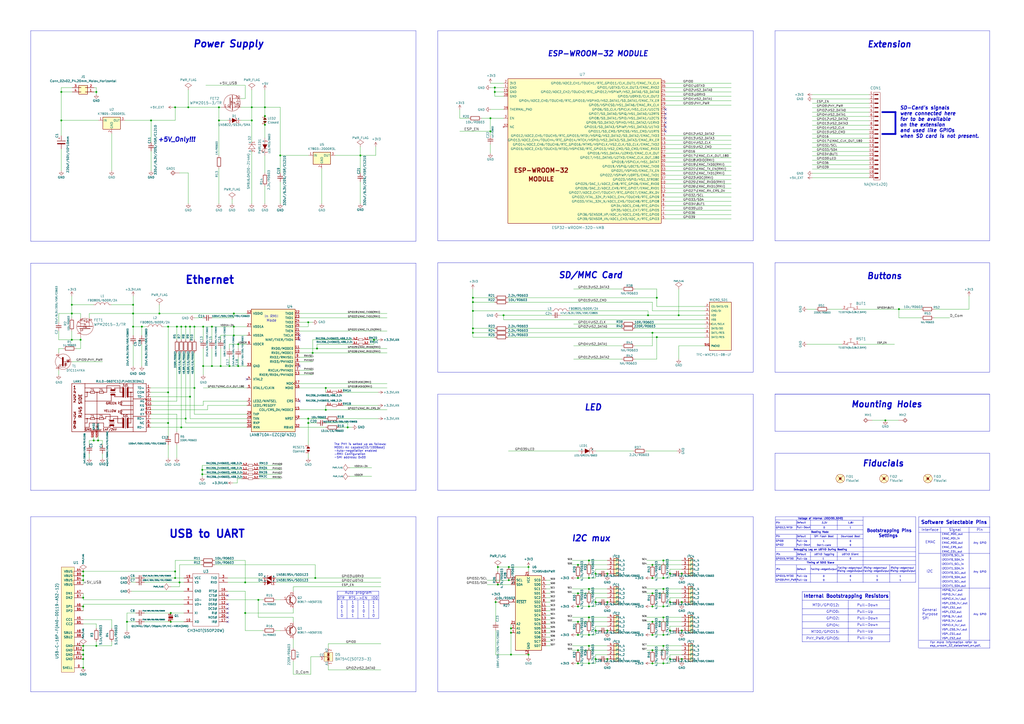
<source format=kicad_sch>
(kicad_sch (version 20230121) (generator eeschema)
  (paper "A2")
  (title_block (title "ESP32-DEVKIT-L") (rev "2") (company "HASATIO"))
  (junction (at 288.798 339.09))
  (junction (at 209.042 90.17))
  (junction (at 335.28 360.68))
  (junction (at 97.536 227.584))
  (junction (at 378.46 368.3))
  (junction (at 384.81 374.65))
  (junction (at 216.916 197.104))
  (junction (at 188.976 237.744))
  (junction (at 352.298 365.76))
  (junction (at 48.26 387.35))
  (junction (at 77.216 181.864))
  (junction (at 77.216 189.484))
  (junction (at 378.46 327.66))
  (junction (at 381 172.72))
  (junction (at 101.6 335.28))
  (junction (at 513.588 243.84))
  (junction (at 92.456 181.864))
  (junction (at 133.096 212.344))
  (junction (at 345.44 365.76))
  (junction (at 105.156 189.484))
  (junction (at 341.63 351.79))
  (junction (at 381 195.58))
  (junction (at 46.736 197.104))
  (junction (at 341.63 325.12))
  (junction (at 284.48 76.2))
  (junction (at 178.816 186.944))
  (junction (at 378.46 360.68))
  (junction (at 378.46 384.81))
  (junction (at 341.63 374.65))
  (junction (at 99.06 355.6))
  (junction (at 135.636 194.564))
  (junction (at 41.656 176.784))
  (junction (at 138.176 199.644))
  (junction (at 178.816 242.824))
  (junction (at 122.936 212.344))
  (junction (at 138.176 212.344))
  (junction (at 188.976 225.044))
  (junction (at 395.478 332.74))
  (junction (at 384.81 325.12))
  (junction (at 48.26 374.65))
  (junction (at 97.536 245.364))
  (junction (at 117.348 275.082))
  (junction (at 153.67 62.23))
  (junction (at 335.28 344.17))
  (junction (at 117.856 189.484))
  (junction (at 284.48 68.58))
  (junction (at 287.528 349.25))
  (junction (at 378.46 193.04))
  (junction (at 335.28 351.79))
  (junction (at 375.92 182.88))
  (junction (at 341.63 341.63))
  (junction (at 112.776 225.044))
  (junction (at 395.478 365.76))
  (junction (at 142.24 355.6))
  (junction (at 352.298 382.27))
  (junction (at 135.636 189.484))
  (junction (at 112.776 189.484))
  (junction (at 48.26 379.73))
  (junction (at 153.67 67.31))
  (junction (at 274.32 180.34))
  (junction (at 395.478 349.25))
  (junction (at 87.63 69.85))
  (junction (at 48.26 382.27))
  (junction (at 56.896 255.524))
  (junction (at 82.296 189.484))
  (junction (at 41.656 181.864))
  (junction (at 55.88 374.65))
  (junction (at 335.28 377.19))
  (junction (at 378.46 335.28))
  (junction (at 345.44 332.74))
  (junction (at 41.656 197.104))
  (junction (at 48.26 336.55))
  (junction (at 110.236 189.484))
  (junction (at 388.62 365.76))
  (junction (at 178.816 245.364))
  (junction (at 384.81 351.79))
  (junction (at 378.46 377.19))
  (junction (at 48.26 346.71))
  (junction (at 341.63 335.28))
  (junction (at 341.63 368.3))
  (junction (at 104.14 337.82))
  (junction (at 384.81 335.28))
  (junction (at 335.28 384.81))
  (junction (at 183.896 202.184))
  (junction (at 55.88 53.34))
  (junction (at 48.26 377.19))
  (junction (at 181.356 204.724))
  (junction (at 149.86 347.98))
  (junction (at 54.356 255.524))
  (junction (at 335.28 368.3))
  (junction (at 341.63 358.14))
  (junction (at 97.536 189.484))
  (junction (at 201.676 247.904))
  (junction (at 388.62 349.25))
  (junction (at 352.298 332.74))
  (junction (at 274.32 175.26))
  (junction (at 288.798 328.93))
  (junction (at 122.936 189.484))
  (junction (at 274.32 172.72))
  (junction (at 48.26 331.47))
  (junction (at 117.856 212.344))
  (junction (at 107.696 189.484))
  (junction (at 341.63 384.81))
  (junction (at 306.578 328.93))
  (junction (at 73.66 360.68))
  (junction (at 107.696 242.824))
  (junction (at 335.28 335.28))
  (junction (at 48.26 334.01))
  (junction (at 345.44 349.25))
  (junction (at 384.81 358.14))
  (junction (at 384.81 384.81))
  (junction (at 110.236 230.124))
  (junction (at 101.6 331.47))
  (junction (at 292.1 182.88))
  (junction (at 127 62.23))
  (junction (at 388.62 332.74))
  (junction (at 378.46 351.79))
  (junction (at 296.418 379.73))
  (junction (at 274.32 193.04))
  (junction (at 395.478 382.27))
  (junction (at 521.462 179.324))
  (junction (at 378.46 344.17))
  (junction (at 105.156 247.904))
  (junction (at 48.26 351.79))
  (junction (at 274.32 190.5))
  (junction (at 182.88 335.28))
  (junction (at 384.81 368.3))
  (junction (at 295.148 336.55))
  (junction (at 99.06 360.68))
  (junction (at 135.636 181.864))
  (junction (at 287.02 50.8))
  (junction (at 109.22 62.23))
  (junction (at 352.298 349.25))
  (junction (at 117.348 272.542))
  (junction (at 128.016 212.344))
  (junction (at 142.24 337.82))
  (junction (at 77.216 176.784))
  (junction (at 295.148 328.93))
  (junction (at 102.616 189.484))
  (junction (at 287.02 53.34))
  (junction (at 296.418 364.49))
  (junction (at 146.05 69.85))
  (junction (at 345.44 382.27))
  (junction (at 146.05 62.23))
  (junction (at 306.578 379.73))
  (junction (at 35.56 53.34))
  (junction (at 335.28 327.66))
  (junction (at 384.81 341.63))
  (junction (at 393.7 182.88))
  (junction (at 162.56 90.17))
  (junction (at 153.67 72.39))
  (junction (at 35.56 69.85))
  (junction (at 388.62 382.27))
  (junction (at 127 69.85))
  (junction (at 101.6 62.23))
  (junction (at 296.418 367.03))
  (no_connect (at 132.08 355.6))
  (no_connect (at 173.736 232.664))
  (no_connect (at 143.256 219.964))
  (no_connect (at 386.08 63.5))
  (no_connect (at 132.08 350.52))
  (no_connect (at 173.736 212.344))
  (no_connect (at 386.08 66.04))
  (no_connect (at 386.08 71.12))
  (no_connect (at 386.08 73.66))
  (no_connect (at 386.08 76.2))
  (no_connect (at 132.08 358.14))
  (no_connect (at 132.08 360.68))
  (no_connect (at 132.08 353.06))
  (no_connect (at 173.736 194.564))
  (no_connect (at 173.736 197.104))
  (no_connect (at 386.08 68.58))
  (no_connect (at 132.08 345.44))
  (wire (pts (xy 341.63 358.14) (xy 341.63 359.41)))
  (wire (pts (xy 55.88 361.95) (xy 55.88 364.49)))
  (polyline (pts (xy 449.834 299.72) (xy 531.114 299.72)))
  (wire (pts (xy 173.736 222.504) (xy 224.536 222.504)))
  (wire (pts (xy 143.256 232.664) (xy 117.856 232.664)))
  (wire (pts (xy 135.636 184.404) (xy 135.636 181.864)))
  (wire (pts (xy 287.528 349.25) (xy 288.798 349.25)))
  (wire (pts (xy 294.64 190.5) (xy 360.68 190.5)))
  (wire (pts (xy 341.63 374.65) (xy 341.63 375.92)))
  (polyline (pts (xy 574.04 152.4) (xy 449.58 152.4)))
  (wire (pts (xy 101.6 62.23) (xy 109.22 62.23)))
  (wire (pts (xy 46.736 181.864) (xy 41.656 181.864)))
  (wire (pts (xy 105.156 197.104) (xy 105.156 189.484)))
  (polyline (pts (xy 470.154 327.66) (xy 470.154 337.82)))
  (wire (pts (xy 64.77 359.41) (xy 64.77 364.49)))
  (wire (pts (xy 48.26 350.52) (xy 48.26 351.79)))
  (wire (pts (xy 381 167.64) (xy 368.3 167.64)))
  (wire (pts (xy 334.01 368.3) (xy 335.28 368.3)))
  (wire (pts (xy 190.5 388.62) (xy 220.98 388.62)))
  (wire (pts (xy 319.278 367.03) (xy 316.738 367.03)))
  (wire (pts (xy 59.436 263.144) (xy 59.436 265.684)))
  (polyline (pts (xy 574.167 299.72) (xy 574.167 375.92)))
  (wire (pts (xy 541.782 184.404) (xy 550.926 184.404)))
  (polyline (pts (xy 219.71 342.9) (xy 195.58 342.9)))
  (wire (pts (xy 138.176 199.644) (xy 143.256 199.644)))
  (wire (pts (xy 386.08 116.84) (xy 424.18 116.84)))
  (wire (pts (xy 117.856 212.344) (xy 117.856 217.424)))
  (polyline (pts (xy 254 228.6) (xy 436.88 228.6)))
  (wire (pts (xy 384.81 374.65) (xy 395.478 374.65)))
  (wire (pts (xy 173.736 225.044) (xy 188.976 225.044)))
  (polyline (pts (xy 436.88 228.6) (xy 436.88 284.48)))
  (wire (pts (xy 316.738 354.33) (xy 319.278 354.33)))
  (wire (pts (xy 388.62 332.74) (xy 388.62 330.2)))
  (wire (pts (xy 378.46 344.17) (xy 395.478 344.17)))
  (wire (pts (xy 160.02 347.98) (xy 162.56 347.98)))
  (wire (pts (xy 274.32 167.64) (xy 274.32 172.72)))
  (wire (pts (xy 386.08 109.22) (xy 424.18 109.22)))
  (wire (pts (xy 352.298 334.01) (xy 352.298 332.74)))
  (wire (pts (xy 87.63 69.85) (xy 87.63 82.55)))
  (polyline (pts (xy 254 152.4) (xy 254 215.9)))
  (wire (pts (xy 55.88 53.34) (xy 55.88 54.61)))
  (wire (pts (xy 149.86 347.98) (xy 152.4 347.98)))
  (wire (pts (xy 388.62 349.25) (xy 388.62 351.79)))
  (wire (pts (xy 274.32 175.26) (xy 287.02 175.26)))
  (wire (pts (xy 97.536 245.364) (xy 87.376 245.364)))
  (wire (pts (xy 294.64 175.26) (xy 378.46 175.26)))
  (wire (pts (xy 335.28 327.66) (xy 352.298 327.66)))
  (wire (pts (xy 35.56 50.8) (xy 35.56 53.34)))
  (wire (pts (xy 345.44 332.74) (xy 345.44 330.2)))
  (wire (pts (xy 135.636 189.484) (xy 143.256 189.484)))
  (polyline (pts (xy 532.892 308.864) (xy 574.167 308.864)))
  (polyline (pts (xy 562.102 305.816) (xy 562.229 371.348)))
  (wire (pts (xy 46.736 202.184) (xy 44.196 202.184)))
  (wire (pts (xy 345.44 365.76) (xy 345.44 363.22)))
  (wire (pts (xy 388.62 382.27) (xy 390.398 382.27)))
  (wire (pts (xy 393.7 182.88) (xy 408.94 182.88)))
  (wire (pts (xy 284.48 78.74) (xy 284.48 76.2)))
  (wire (pts (xy 274.32 190.5) (xy 274.32 193.04)))
  (wire (pts (xy 202.946 276.352) (xy 215.646 276.352)))
  (wire (pts (xy 183.896 199.644) (xy 183.896 202.184)))
  (polyline (pts (xy 213.995 347.98) (xy 213.995 358.775)))
  (wire (pts (xy 284.48 83.82) (xy 284.48 88.9)))
  (wire (pts (xy 51.816 181.864) (xy 77.216 181.864)))
  (wire (pts (xy 97.536 189.484) (xy 102.616 189.484)))
  (wire (pts (xy 83.82 337.82) (xy 104.14 337.82)))
  (wire (pts (xy 102.616 258.064) (xy 102.616 265.684)))
  (polyline (pts (xy 449.834 337.82) (xy 531.114 337.82)))
  (polyline (pts (xy 449.58 215.9) (xy 574.04 215.9)))
  (wire (pts (xy 214.376 197.104) (xy 216.916 197.104)))
  (wire (pts (xy 105.156 189.484) (xy 107.696 189.484)))
  (wire (pts (xy 504.19 72.644) (xy 471.17 72.644)))
  (wire (pts (xy 82.296 199.644) (xy 82.296 212.344)))
  (wire (pts (xy 386.08 99.06) (xy 424.18 99.06)))
  (wire (pts (xy 77.216 181.864) (xy 92.456 181.864)))
  (wire (pts (xy 77.216 199.644) (xy 77.216 212.344)))
  (wire (pts (xy 101.6 331.47) (xy 101.6 335.28)))
  (polyline (pts (xy 465.328 343.154) (xy 516.128 343.154)))
  (wire (pts (xy 375.158 344.17) (xy 378.46 344.17)))
  (wire (pts (xy 341.63 358.14) (xy 352.298 358.14)))
  (wire (pts (xy 331.978 377.19) (xy 335.28 377.19)))
  (wire (pts (xy 188.976 245.364) (xy 201.676 245.364)))
  (wire (pts (xy 162.56 90.17) (xy 179.07 90.17)))
  (polyline (pts (xy 500.634 337.82) (xy 500.634 299.72)))
  (wire (pts (xy 107.696 204.724) (xy 107.696 242.824)))
  (polyline (pts (xy 532.892 321.056) (xy 574.167 321.056)))
  (wire (pts (xy 296.418 364.49) (xy 296.418 367.03)))
  (polyline (pts (xy 17.78 17.78) (xy 241.3 17.78)))
  (wire (pts (xy 386.08 121.92) (xy 424.18 121.92)))
  (wire (pts (xy 190.5 373.38) (xy 220.98 373.38)))
  (polyline (pts (xy 449.834 309.88) (xy 500.634 309.88)))
  (wire (pts (xy 345.44 351.79) (xy 345.44 349.25)))
  (wire (pts (xy 386.08 106.68) (xy 424.18 106.68)))
  (polyline (pts (xy 511.81 65.024) (xy 519.43 65.024)) (stroke (width 1.016) (type solid)))
  (polyline (pts (xy 462.026 309.88) (xy 462.026 317.5)))
  (wire (pts (xy 287.528 349.25) (xy 287.528 360.68)))
  (wire (pts (xy 274.32 172.72) (xy 274.32 175.26)))
  (wire (pts (xy 341.63 384.81) (xy 345.44 384.81)))
  (wire (pts (xy 55.88 53.34) (xy 55.88 50.8)))
  (wire (pts (xy 384.81 326.39) (xy 384.81 325.12)))
  (wire (pts (xy 505.968 243.84) (xy 513.588 243.84)))
  (wire (pts (xy 180.34 391.16) (xy 180.34 381)))
  (wire (pts (xy 87.376 232.664) (xy 102.616 232.664)))
  (wire (pts (xy 140.208 275.082) (xy 117.348 275.082)))
  (wire (pts (xy 386.08 50.8) (xy 424.18 50.8)))
  (polyline (pts (xy 254 284.48) (xy 254 228.6)))
  (wire (pts (xy 319.278 349.25) (xy 316.738 349.25)))
  (wire (pts (xy 386.08 119.38) (xy 424.18 119.38)))
  (wire (pts (xy 341.63 374.65) (xy 352.298 374.65)))
  (polyline (pts (xy 470.154 301.625) (xy 470.154 307.34)))
  (polyline (pts (xy 574.04 17.78) (xy 449.58 17.78)))
  (wire (pts (xy 378.46 335.28) (xy 384.81 335.28)))
  (polyline (pts (xy 449.834 304.8) (xy 500.634 304.8)))
  (wire (pts (xy 335.28 351.79) (xy 341.63 351.79)))
  (polyline (pts (xy 574.04 215.9) (xy 574.04 152.4)))
  (wire (pts (xy 160.02 335.28) (xy 182.88 335.28)))
  (wire (pts (xy 133.096 212.344) (xy 133.096 207.264)))
  (wire (pts (xy 360.68 167.64) (xy 332.74 167.64)))
  (wire (pts (xy 341.63 368.3) (xy 341.63 367.03)))
  (wire (pts (xy 117.856 212.344) (xy 122.936 212.344)))
  (wire (pts (xy 375.158 341.63) (xy 384.81 341.63)))
  (wire (pts (xy 146.05 52.07) (xy 146.05 62.23)))
  (wire (pts (xy 77.216 181.864) (xy 77.216 189.484)))
  (wire (pts (xy 170.18 383.54) (xy 170.18 391.16)))
  (wire (pts (xy 106.68 350.52) (xy 48.26 350.52)))
  (wire (pts (xy 102.616 197.104) (xy 102.616 189.484)))
  (wire (pts (xy 562.102 179.324) (xy 562.102 171.704)))
  (wire (pts (xy 347.218 382.27) (xy 345.44 382.27)))
  (wire (pts (xy 41.656 192.024) (xy 41.656 197.104)))
  (polyline (pts (xy 574.04 139.7) (xy 574.04 17.78)))
  (wire (pts (xy 292.1 182.88) (xy 320.04 182.88)))
  (wire (pts (xy 386.08 124.46) (xy 424.18 124.46)))
  (wire (pts (xy 341.63 325.12) (xy 352.298 325.12)))
  (polyline (pts (xy 449.58 228.6) (xy 574.04 228.6)))
  (wire (pts (xy 117.348 275.082) (xy 117.348 276.606)))
  (wire (pts (xy 384.81 358.14) (xy 384.81 359.41)))
  (wire (pts (xy 78.74 360.68) (xy 73.66 360.68)))
  (wire (pts (xy 54.356 252.984) (xy 54.356 255.524)))
  (wire (pts (xy 378.46 368.3) (xy 384.81 368.3)))
  (wire (pts (xy 173.736 217.424) (xy 181.356 217.424)))
  (polyline (pts (xy 17.78 299.72) (xy 17.78 401.32)))
  (wire (pts (xy 341.63 325.12) (xy 341.63 326.39)))
  (wire (pts (xy 386.08 48.26) (xy 424.18 48.26)))
  (wire (pts (xy 34.036 197.104) (xy 41.656 197.104)))
  (wire (pts (xy 504.19 100.584) (xy 471.17 100.584)))
  (wire (pts (xy 196.596 247.904) (xy 201.676 247.904)))
  (wire (pts (xy 102.616 189.484) (xy 105.156 189.484)))
  (wire (pts (xy 162.56 90.17) (xy 162.56 100.33)))
  (wire (pts (xy 209.042 105.41) (xy 209.042 118.11)))
  (wire (pts (xy 117.856 232.664) (xy 117.856 235.204)))
  (wire (pts (xy 386.08 60.96) (xy 424.18 60.96)))
  (polyline (pts (xy 532.765 375.92) (xy 532.892 299.72)))
  (wire (pts (xy 345.44 332.74) (xy 347.218 332.74)))
  (wire (pts (xy 335.28 377.19) (xy 352.298 377.19)))
  (wire (pts (xy 173.736 184.404) (xy 224.536 184.404)))
  (wire (pts (xy 201.676 245.364) (xy 201.676 247.904)))
  (wire (pts (xy 204.216 199.644) (xy 183.896 199.644)))
  (wire (pts (xy 178.816 245.364) (xy 183.896 245.364)))
  (wire (pts (xy 424.18 86.36) (xy 386.08 86.36)))
  (wire (pts (xy 345.44 363.22) (xy 352.298 363.22)))
  (wire (pts (xy 468.122 179.324) (xy 473.202 179.324)))
  (wire (pts (xy 295.148 336.55) (xy 296.418 336.55)))
  (polyline (pts (xy 436.88 401.32) (xy 436.88 299.72)))
  (wire (pts (xy 35.56 53.34) (xy 41.91 53.34)))
  (wire (pts (xy 319.278 359.41) (xy 316.738 359.41)))
  (polyline (pts (xy 17.78 299.72) (xy 241.3 299.72)))
  (polyline (pts (xy 519.43 65.024) (xy 519.43 77.724)) (stroke (width 1.016) (type solid)))
  (wire (pts (xy 132.08 342.9) (xy 142.24 342.9)))
  (wire (pts (xy 143.256 235.204) (xy 120.396 235.204)))
  (wire (pts (xy 107.696 242.824) (xy 107.696 245.364)))
  (wire (pts (xy 97.536 245.364) (xy 97.536 252.984)))
  (wire (pts (xy 48.26 334.01) (xy 48.26 336.55)))
  (polyline (pts (xy 485.648 327.66) (xy 485.648 337.82)))
  (wire (pts (xy 219.456 235.204) (xy 199.136 235.204)))
  (wire (pts (xy 384.81 368.3) (xy 384.81 367.03)))
  (wire (pts (xy 170.18 353.06) (xy 170.18 355.6)))
  (wire (pts (xy 83.82 360.68) (xy 99.06 360.68)))
  (wire (pts (xy 378.46 360.68) (xy 395.478 360.68)))
  (polyline (pts (xy 17.78 152.654) (xy 241.3 152.654)))
  (wire (pts (xy 41.656 209.804) (xy 59.436 209.804)))
  (wire (pts (xy 390.398 349.25) (xy 388.62 349.25)))
  (wire (pts (xy 77.216 171.704) (xy 77.216 176.784)))
  (wire (pts (xy 386.08 53.34) (xy 424.18 53.34)))
  (polyline (pts (xy 436.88 215.9) (xy 436.88 152.4)))
  (wire (pts (xy 274.32 180.34) (xy 274.32 190.5)))
  (wire (pts (xy 266.7 68.58) (xy 271.78 68.58)))
  (polyline (pts (xy 470.154 309.88) (xy 470.154 317.5)))
  (wire (pts (xy 219.456 242.824) (xy 196.596 242.824)))
  (wire (pts (xy 142.24 57.15) (xy 142.24 49.53)))
  (wire (pts (xy 341.63 335.28) (xy 345.44 335.28)))
  (wire (pts (xy 534.162 184.404) (xy 521.462 184.404)))
  (wire (pts (xy 101.6 335.28) (xy 106.68 335.28)))
  (wire (pts (xy 173.736 189.484) (xy 178.816 189.484)))
  (wire (pts (xy 48.26 351.79) (xy 48.26 354.33)))
  (wire (pts (xy 274.32 175.26) (xy 274.32 180.34)))
  (polyline (pts (xy 462.026 327.66) (xy 462.026 337.82)))
  (wire (pts (xy 153.67 118.11) (xy 153.67 107.95)))
  (wire (pts (xy 381 195.58) (xy 381 208.28)))
  (wire (pts (xy 384.81 341.63) (xy 384.81 342.9)))
  (wire (pts (xy 521.462 184.404) (xy 521.462 179.324)))
  (wire (pts (xy 384.81 335.28) (xy 388.62 335.28)))
  (wire (pts (xy 160.02 365.76) (xy 162.56 365.76)))
  (wire (pts (xy 117.348 272.542) (xy 117.348 275.082)))
  (wire (pts (xy 153.67 62.23) (xy 153.67 67.31)))
  (wire (pts (xy 109.22 118.11) (xy 109.22 100.33)))
  (wire (pts (xy 377.19 351.79) (xy 378.46 351.79)))
  (wire (pts (xy 480.822 179.324) (xy 488.442 179.324)))
  (wire (pts (xy 100.33 62.23) (xy 101.6 62.23)))
  (wire (pts (xy 386.08 101.6) (xy 424.18 101.6)))
  (wire (pts (xy 331.978 358.14) (xy 341.63 358.14)))
  (wire (pts (xy 105.156 204.724) (xy 105.156 247.904)))
  (wire (pts (xy 46.736 195.834) (xy 46.736 197.104)))
  (wire (pts (xy 377.19 384.81) (xy 378.46 384.81)))
  (wire (pts (xy 132.08 347.98) (xy 149.86 347.98)))
  (wire (pts (xy 41.656 171.704) (xy 41.656 176.784)))
  (wire (pts (xy 194.31 90.17) (xy 209.042 90.17)))
  (wire (pts (xy 375.158 327.66) (xy 378.46 327.66)))
  (wire (pts (xy 386.08 83.82) (xy 424.18 83.82)))
  (wire (pts (xy 117.856 184.404) (xy 112.776 184.404)))
  (wire (pts (xy 504.19 90.424) (xy 471.17 90.424)))
  (wire (pts (xy 135.128 280.162) (xy 137.668 280.162)))
  (polyline (pts (xy 470.154 320.04) (xy 470.154 325.12)))
  (wire (pts (xy 112.776 197.104) (xy 112.776 189.484)))
  (wire (pts (xy 97.536 227.584) (xy 97.536 245.364)))
  (wire (pts (xy 334.01 384.81) (xy 335.28 384.81)))
  (wire (pts (xy 133.096 212.344) (xy 138.176 212.344)))
  (wire (pts (xy 214.376 199.644) (xy 216.916 199.644)))
  (wire (pts (xy 34.036 181.864) (xy 41.656 181.864)))
  (wire (pts (xy 112.776 225.044) (xy 112.776 240.284)))
  (wire (pts (xy 504.19 103.124) (xy 471.17 103.124)))
  (polyline (pts (xy 449.58 250.19) (xy 574.04 250.19)))
  (polyline (pts (xy 449.834 307.34) (xy 500.634 307.34)))
  (polyline (pts (xy 449.834 317.5) (xy 531.114 317.5)))
  (wire (pts (xy 170.18 370.84) (xy 170.18 375.92)))
  (wire (pts (xy 375.158 325.12) (xy 384.81 325.12)))
  (wire (pts (xy 504.19 57.404) (xy 471.17 57.404)))
  (wire (pts (xy 48.26 374.65) (xy 48.26 377.19)))
  (wire (pts (xy 395.478 383.54) (xy 395.478 382.27)))
  (wire (pts (xy 173.736 181.864) (xy 224.536 181.864)))
  (wire (pts (xy 140.208 270.002) (xy 117.348 270.002)))
  (wire (pts (xy 395.478 346.71) (xy 388.62 346.71)))
  (wire (pts (xy 504.19 92.964) (xy 471.17 92.964)))
  (wire (pts (xy 294.64 193.04) (xy 378.46 193.04)))
  (wire (pts (xy 35.56 86.36) (xy 35.56 99.06)))
  (polyline (pts (xy 574.294 375.92) (xy 533.019 375.92)))
  (wire (pts (xy 48.26 336.55) (xy 48.26 339.09)))
  (wire (pts (xy 48.26 374.65) (xy 55.88 374.65)))
  (wire (pts (xy 388.62 330.2) (xy 395.478 330.2)))
  (wire (pts (xy 296.418 361.95) (xy 296.418 364.49)))
  (polyline (pts (xy 219.71 358.775) (xy 195.58 358.775)))
  (wire (pts (xy 110.236 242.824) (xy 143.256 242.824)))
  (wire (pts (xy 282.575 336.55) (xy 295.148 336.55)))
  (wire (pts (xy 521.462 179.324) (xy 534.162 179.324)))
  (wire (pts (xy 319.278 364.49) (xy 316.738 364.49)))
  (wire (pts (xy 135.636 181.864) (xy 143.256 181.864)))
  (wire (pts (xy 146.05 62.23) (xy 153.67 62.23)))
  (wire (pts (xy 287.02 53.34) (xy 287.02 55.88)))
  (wire (pts (xy 132.08 69.85) (xy 127 69.85)))
  (wire (pts (xy 173.736 237.744) (xy 188.976 237.744)))
  (wire (pts (xy 341.63 341.63) (xy 352.298 341.63)))
  (wire (pts (xy 107.696 189.484) (xy 110.236 189.484)))
  (wire (pts (xy 105.156 247.904) (xy 143.256 247.904)))
  (wire (pts (xy 388.62 365.76) (xy 388.62 368.3)))
  (wire (pts (xy 386.08 78.74) (xy 424.18 78.74)))
  (wire (pts (xy 368.3 190.5) (xy 408.94 190.5)))
  (wire (pts (xy 378.46 200.66) (xy 368.3 200.66)))
  (wire (pts (xy 381 195.58) (xy 408.94 195.58)))
  (wire (pts (xy 204.216 197.104) (xy 181.356 197.104)))
  (wire (pts (xy 170.18 355.6) (xy 142.24 355.6)))
  (wire (pts (xy 51.816 255.524) (xy 54.356 255.524)))
  (wire (pts (xy 109.22 52.07) (xy 109.22 62.23)))
  (wire (pts (xy 107.696 197.104) (xy 107.696 189.484)))
  (wire (pts (xy 178.816 265.684) (xy 178.816 263.144)))
  (wire (pts (xy 288.798 331.47) (xy 288.798 328.93)))
  (wire (pts (xy 209.042 90.17) (xy 209.042 100.33)))
  (wire (pts (xy 388.62 335.28) (xy 388.62 332.74)))
  (wire (pts (xy 345.44 368.3) (xy 345.44 365.76)))
  (wire (pts (xy 140.208 272.542) (xy 117.348 272.542)))
  (wire (pts (xy 504.19 75.184) (xy 471.17 75.184)))
  (wire (pts (xy 190.5 373.38) (xy 190.5 375.92)))
  (wire (pts (xy 128.016 212.344) (xy 133.096 212.344)))
  (wire (pts (xy 135.636 194.564) (xy 143.256 194.564)))
  (wire (pts (xy 51.816 263.144) (xy 51.816 265.684)))
  (polyline (pts (xy 465.328 368.3) (xy 516.128 368.3)))
  (wire (pts (xy 122.936 189.484) (xy 135.636 189.484)))
  (wire (pts (xy 377.19 335.28) (xy 378.46 335.28)))
  (polyline (pts (xy 201.295 347.98) (xy 201.295 358.775)))
  (wire (pts (xy 284.48 76.2) (xy 266.7 76.2)))
  (wire (pts (xy 504.19 54.864) (xy 471.17 54.864)))
  (wire (pts (xy 217.932 90.17) (xy 217.932 85.09)))
  (wire (pts (xy 378.46 327.66) (xy 395.478 327.66)))
  (wire (pts (xy 122.936 197.104) (xy 122.936 189.484)))
  (wire (pts (xy 48.26 382.27) (xy 48.26 387.35)))
  (wire (pts (xy 41.656 181.864) (xy 41.656 184.404)))
  (wire (pts (xy 137.668 280.162) (xy 137.668 277.622)))
  (wire (pts (xy 170.18 340.36) (xy 220.98 340.36)))
  (wire (pts (xy 41.91 374.65) (xy 48.26 374.65)))
  (wire (pts (xy 375.158 358.14) (xy 384.81 358.14)))
  (wire (pts (xy 117.856 189.484) (xy 122.936 189.484)))
  (wire (pts (xy 330.2 180.34) (xy 375.92 180.34)))
  (wire (pts (xy 97.536 258.064) (xy 97.536 265.684)))
  (wire (pts (xy 388.62 379.73) (xy 388.62 382.27)))
  (wire (pts (xy 384.81 368.3) (xy 388.62 368.3)))
  (wire (pts (xy 132.08 337.82) (xy 142.24 337.82)))
  (polyline (pts (xy 465.328 372.237) (xy 516.128 372.237)))
  (wire (pts (xy 284.48 68.58) (xy 284.48 76.2)))
  (wire (pts (xy 77.216 189.484) (xy 77.216 194.564)))
  (wire (pts (xy 521.208 243.84) (xy 513.588 243.84)))
  (wire (pts (xy 153.67 67.31) (xy 153.67 72.39)))
  (wire (pts (xy 55.88 372.11) (xy 55.88 374.65)))
  (wire (pts (xy 319.278 361.95) (xy 316.738 361.95)))
  (wire (pts (xy 173.736 207.264) (xy 181.356 207.264)))
  (wire (pts (xy 120.396 237.744) (xy 87.376 237.744)))
  (wire (pts (xy 127 62.23) (xy 127 69.85)))
  (wire (pts (xy 504.19 70.104) (xy 471.17 70.104)))
  (polyline (pts (xy 449.58 139.7) (xy 574.04 139.7)))
  (wire (pts (xy 101.6 325.12) (xy 116.84 325.12)))
  (wire (pts (xy 190.5 386.08) (xy 190.5 388.62)))
  (wire (pts (xy 378.46 351.79) (xy 384.81 351.79)))
  (wire (pts (xy 48.26 331.47) (xy 101.6 331.47)))
  (polyline (pts (xy 531.114 337.82) (xy 531.114 299.72)))
  (wire (pts (xy 34.036 217.424) (xy 34.036 214.884)))
  (wire (pts (xy 72.39 69.85) (xy 87.63 69.85)))
  (wire (pts (xy 319.278 341.63) (xy 316.738 341.63)))
  (wire (pts (xy 133.096 199.644) (xy 138.176 199.644)))
  (wire (pts (xy 139.7 69.85) (xy 146.05 69.85)))
  (wire (pts (xy 288.798 328.93) (xy 295.148 328.93)))
  (wire (pts (xy 146.05 62.23) (xy 146.05 69.85)))
  (polyline (pts (xy 449.58 228.6) (xy 574.04 228.6)))
  (wire (pts (xy 284.48 50.8) (xy 287.02 50.8)))
  (wire (pts (xy 395.478 350.52) (xy 395.478 349.25)))
  (wire (pts (xy 216.916 199.644) (xy 216.916 197.104)))
  (wire (pts (xy 388.62 365.76) (xy 390.398 365.76)))
  (wire (pts (xy 77.216 189.484) (xy 82.296 189.484)))
  (wire (pts (xy 117.856 235.204) (xy 87.376 235.204)))
  (wire (pts (xy 266.7 63.5) (xy 266.7 68.58)))
  (wire (pts (xy 381 172.72) (xy 294.64 172.72)))
  (wire (pts (xy 142.24 337.82) (xy 152.4 337.82)))
  (wire (pts (xy 41.656 176.784) (xy 41.656 181.864)))
  (wire (pts (xy 378.46 180.34) (xy 408.94 180.34)))
  (wire (pts (xy 104.14 340.36) (xy 104.14 337.82)))
  (wire (pts (xy 388.62 384.81) (xy 384.81 384.81)))
  (wire (pts (xy 183.896 202.184) (xy 224.536 202.184)))
  (polyline (pts (xy 449.834 327.66) (xy 531.114 327.66)))
  (wire (pts (xy 282.575 339.09) (xy 288.798 339.09)))
  (polyline (pts (xy 516.128 327.66) (xy 516.128 337.82)))
  (wire (pts (xy 150.368 275.082) (xy 163.068 275.082)))
  (polyline (pts (xy 516.128 343.154) (xy 516.128 372.364)))
  (wire (pts (xy 127 118.11) (xy 127 97.79)))
  (wire (pts (xy 393.7 167.64) (xy 393.7 182.88)))
  (polyline (pts (xy 219.71 342.9) (xy 219.71 358.775)))
  (wire (pts (xy 178.816 242.824) (xy 188.976 242.824)))
  (wire (pts (xy 471.17 85.344) (xy 504.19 85.344)))
  (polyline (pts (xy 449.834 320.04) (xy 531.114 320.04)))
  (wire (pts (xy 153.67 62.23) (xy 162.56 62.23)))
  (polyline (pts (xy 436.88 284.48) (xy 254 284.48)))
  (wire (pts (xy 160.02 337.82) (xy 220.98 337.82)))
  (wire (pts (xy 341.63 368.3) (xy 345.44 368.3)))
  (polyline (pts (xy 254 139.7) (xy 436.88 139.7)))
  (wire (pts (xy 352.298 367.03) (xy 352.298 365.76)))
  (wire (pts (xy 287.02 55.88) (xy 292.1 55.88)))
  (wire (pts (xy 375.92 182.88) (xy 393.7 182.88)))
  (polyline (pts (xy 465.328 360.68) (xy 516.128 360.68)))
  (polyline (pts (xy 449.58 17.78) (xy 449.58 139.7)))
  (polyline (pts (xy 449.834 301.625) (xy 500.634 301.752)))
  (wire (pts (xy 408.94 187.96) (xy 368.3 187.96)))
  (wire (pts (xy 367.284 261.62) (xy 345.694 261.62)))
  (wire (pts (xy 97.536 227.584) (xy 87.376 227.584)))
  (wire (pts (xy 181.356 204.724) (xy 224.536 204.724)))
  (wire (pts (xy 150.368 277.622) (xy 163.068 277.622)))
  (wire (pts (xy 345.44 379.73) (xy 345.44 382.27)))
  (wire (pts (xy 112.776 225.044) (xy 87.376 225.044)))
  (wire (pts (xy 378.46 175.26) (xy 378.46 180.34)))
  (wire (pts (xy 51.816 258.064) (xy 51.816 255.524)))
  (wire (pts (xy 138.176 212.344) (xy 143.256 212.344)))
  (polyline (pts (xy 241.3 17.78) (xy 241.3 139.954)))
  (wire (pts (xy 331.978 374.65) (xy 341.63 374.65)))
  (wire (pts (xy 122.936 212.344) (xy 128.016 212.344)))
  (wire (pts (xy 146.05 118.11) (xy 146.05 87.63)))
  (wire (pts (xy 504.19 82.804) (xy 471.17 82.804)))
  (wire (pts (xy 133.096 199.644) (xy 133.096 202.184)))
  (wire (pts (xy 378.46 377.19) (xy 395.478 377.19)))
  (polyline (pts (xy 241.3 401.32) (xy 241.3 299.72)))
  (wire (pts (xy 173.736 186.944) (xy 178.816 186.944)))
  (wire (pts (xy 99.06 340.36) (xy 104.14 340.36)))
  (polyline (pts (xy 254 401.32) (xy 436.88 401.32)))
  (polyline (pts (xy 195.58 342.9) (xy 195.58 358.775)))
  (wire (pts (xy 48.26 377.19) (xy 48.26 379.73)))
  (wire (pts (xy 375.158 360.68) (xy 378.46 360.68)))
  (wire (pts (xy 341.63 342.9) (xy 341.63 341.63)))
  (wire (pts (xy 341.63 384.81) (xy 341.63 383.54)))
  (wire (pts (xy 143.256 225.044) (xy 117.856 225.044)))
  (wire (pts (xy 149.86 358.14) (xy 149.86 347.98)))
  (polyline (pts (xy 449.58 284.48) (xy 449.58 262.89)))
  (wire (pts (xy 110.236 204.724) (xy 110.236 230.124)))
  (polyline (pts (xy 449.834 332.74) (xy 531.114 332.74)))
  (wire (pts (xy 386.08 114.3) (xy 424.18 114.3)))
  (wire (pts (xy 87.376 247.904) (xy 105.156 247.904)))
  (wire (pts (xy 504.19 65.024) (xy 471.17 65.024)))
  (wire (pts (xy 54.356 176.784) (xy 41.656 176.784)))
  (wire (pts (xy 116.84 327.66) (xy 104.14 327.66)))
  (wire (pts (xy 138.176 202.184) (xy 138.176 199.644)))
  (wire (pts (xy 173.736 209.804) (xy 181.356 209.804)))
  (wire (pts (xy 388.62 346.71) (xy 388.62 349.25)))
  (wire (pts (xy 209.042 85.09) (xy 209.042 90.17)))
  (wire (pts (xy 180.34 381) (xy 185.42 381)))
  (polyline (pts (xy 449.834 299.72) (xy 449.834 337.82)))
  (wire (pts (xy 375.92 180.34) (xy 375.92 182.88)))
  (polyline (pts (xy 485.648 325.12) (xy 485.648 320.04)))
  (wire (pts (xy 87.63 69.85) (xy 101.6 69.85)))
  (polyline (pts (xy 462.026 320.04) (xy 462.026 325.12)))
  (wire (pts (xy 319.278 346.71) (xy 316.738 346.71)))
  (wire (pts (xy 287.02 193.04) (xy 274.32 193.04)))
  (wire (pts (xy 188.976 227.584) (xy 188.976 225.044)))
  (polyline (pts (xy 254 215.9) (xy 436.88 215.9)))
  (wire (pts (xy 128.016 202.184) (xy 128.016 212.344)))
  (wire (pts (xy 142.24 49.53) (xy 119.38 49.53)))
  (wire (pts (xy 142.24 342.9) (xy 142.24 355.6)))
  (wire (pts (xy 41.91 50.8) (xy 35.56 50.8)))
  (wire (pts (xy 388.62 379.73) (xy 395.478 379.73)))
  (wire (pts (xy 48.26 379.73) (xy 48.26 382.27)))
  (wire (pts (xy 395.478 334.01) (xy 395.478 332.74)))
  (wire (pts (xy 504.19 67.564) (xy 471.17 67.564)))
  (wire (pts (xy 331.978 327.66) (xy 335.28 327.66)))
  (polyline (pts (xy 449.58 262.89) (xy 574.04 262.89)))
  (wire (pts (xy 150.368 270.002) (xy 163.068 270.002)))
  (wire (pts (xy 274.32 180.34) (xy 320.04 180.34)))
  (polyline (pts (xy 533.019 305.816) (xy 574.294 305.816)))
  (wire (pts (xy 292.1 185.42) (xy 292.1 182.88)))
  (wire (pts (xy 110.236 197.104) (xy 110.236 189.484)))
  (wire (pts (xy 83.82 355.6) (xy 99.06 355.6)))
  (wire (pts (xy 87.63 87.63) (xy 87.63 99.06)))
  (wire (pts (xy 107.696 242.824) (xy 87.376 242.824)))
  (wire (pts (xy 284.48 68.58) (xy 292.1 68.58)))
  (wire (pts (xy 384.81 351.79) (xy 384.81 350.52)))
  (wire (pts (xy 153.67 90.17) (xy 153.67 100.33)))
  (wire (pts (xy 345.44 330.2) (xy 352.298 330.2)))
  (wire (pts (xy 99.06 355.6) (xy 106.68 355.6)))
  (polyline (pts (xy 254 299.72) (xy 436.88 299.72)))
  (polyline (pts (xy 449.58 250.19) (xy 449.58 228.6)))
  (wire (pts (xy 110.236 230.124) (xy 87.376 230.124)))
  (wire (pts (xy 137.668 277.622) (xy 140.208 277.622)))
  (wire (pts (xy 94.996 189.484) (xy 97.536 189.484)))
  (wire (pts (xy 64.77 372.11) (xy 64.77 374.65)))
  (wire (pts (xy 360.68 208.28) (xy 332.74 208.28)))
  (wire (pts (xy 127 69.85) (xy 127 90.17)))
  (polyline (pts (xy 462.026 301.625) (xy 462.026 307.34)))
  (wire (pts (xy 146.05 69.85) (xy 146.05 82.55)))
  (wire (pts (xy 319.278 336.55) (xy 316.738 336.55)))
  (wire (pts (xy 331.978 341.63) (xy 341.63 341.63)))
  (wire (pts (xy 48.26 347.98) (xy 106.68 347.98)))
  (polyline (pts (xy 17.78 152.654) (xy 17.78 284.48)))
  (wire (pts (xy 306.578 379.73) (xy 306.578 381)))
  (wire (pts (xy 541.782 179.324) (xy 562.102 179.324)))
  (wire (pts (xy 335.28 335.28) (xy 341.63 335.28)))
  (wire (pts (xy 153.67 72.39) (xy 153.67 80.01)))
  (wire (pts (xy 219.456 227.584) (xy 199.136 227.584)))
  (wire (pts (xy 35.56 69.85) (xy 35.56 78.74)))
  (wire (pts (xy 498.602 179.324) (xy 521.462 179.324)))
  (wire (pts (xy 48.26 344.17) (xy 48.26 346.71)))
  (wire (pts (xy 335.28 368.3) (xy 341.63 368.3)))
  (wire (pts (xy 162.56 62.23) (xy 162.56 90.17)))
  (polyline (pts (xy 465.582 356.616) (xy 516.128 356.616)))
  (wire (pts (xy 384.81 335.28) (xy 384.81 334.01)))
  (wire (pts (xy 82.296 194.564) (xy 82.296 189.484)))
  (wire (pts (xy 386.08 127) (xy 424.18 127)))
  (wire (pts (xy 78.74 355.6) (xy 73.66 355.6)))
  (polyline (pts (xy 436.88 17.78) (xy 436.88 139.7)))
  (polyline (pts (xy 17.78 139.954) (xy 241.3 139.954)))
  (wire (pts (xy 295.148 328.93) (xy 306.578 328.93)))
  (wire (pts (xy 77.216 176.784) (xy 77.216 181.864)))
  (polyline (pts (xy 207.645 347.98) (xy 207.645 358.775)))
  (wire (pts (xy 83.82 335.28) (xy 101.6 335.28)))
  (wire (pts (xy 59.436 255.524) (xy 59.436 258.064)))
  (wire (pts (xy 279.4 68.58) (xy 284.48 68.58)))
  (wire (pts (xy 34.036 186.944) (xy 34.036 181.864)))
  (wire (pts (xy 319.278 374.65) (xy 316.738 374.65)))
  (wire (pts (xy 335.28 327.66) (xy 335.28 327.6303)))
  (wire (pts (xy 504.19 59.944) (xy 471.17 59.944)))
  (wire (pts (xy 107.696 245.364) (xy 143.256 245.364)))
  (polyline (pts (xy 465.328 353.06) (xy 516.128 353.06)))
  (wire (pts (xy 112.776 189.484) (xy 117.856 189.484)))
  (wire (pts (xy 153.67 52.07) (xy 153.67 62.23)))
  (wire (pts (xy 381 172.72) (xy 381 167.64)))
  (wire (pts (xy 101.6 325.12) (xy 101.6 331.47)))
  (wire (pts (xy 181.356 197.104) (xy 181.356 204.724)))
  (wire (pts (xy 289.56 182.88) (xy 292.1 182.88)))
  (wire (pts (xy 112.776 240.284) (xy 143.256 240.284)))
  (wire (pts (xy 124.46 327.66) (xy 182.88 327.66)))
  (polyline (pts (xy 465.328 348.234) (xy 516.128 348.234)))
  (wire (pts (xy 41.656 197.104) (xy 46.736 197.104)))
  (wire (pts (xy 48.26 331.47) (xy 48.26 334.01)))
  (polyline (pts (xy 195.58 347.98) (xy 219.71 347.98)))
  (wire (pts (xy 173.736 202.184) (xy 183.896 202.184)))
  (polyline (pts (xy 449.834 322.834) (xy 531.114 322.834)))
  (wire (pts (xy 384.81 374.65) (xy 384.81 375.92)))
  (wire (pts (xy 287.528 365.76) (xy 287.528 379.73)))
  (wire (pts (xy 117.856 202.184) (xy 117.856 212.344)))
  (wire (pts (xy 325.12 182.88) (xy 375.92 182.88)))
  (wire (pts (xy 73.66 355.6) (xy 73.66 360.68)))
  (wire (pts (xy 384.81 325.12) (xy 395.478 325.12)))
  (wire (pts (xy 274.32 195.58) (xy 287.02 195.58)))
  (wire (pts (xy 287.02 50.8) (xy 287.02 53.34)))
  (wire (pts (xy 170.18 358.14) (xy 149.86 358.14)))
  (wire (pts (xy 341.63 334.01) (xy 341.63 335.28)))
  (wire (pts (xy 386.08 111.76) (xy 424.18 111.76)))
  (wire (pts (xy 120.396 235.204) (xy 120.396 237.744)))
  (wire (pts (xy 139.7 62.23) (xy 146.05 62.23)))
  (wire (pts (xy 35.56 53.34) (xy 35.56 69.85)))
  (wire (pts (xy 92.456 176.784) (xy 92.456 181.864)))
  (wire (pts (xy 386.08 104.14) (xy 424.18 104.14)))
  (wire (pts (xy 127 62.23) (xy 128.27 62.23)))
  (wire (pts (xy 341.63 351.79) (xy 341.63 350.52)))
  (wire (pts (xy 64.77 374.65) (xy 55.88 374.65)))
  (wire (pts (xy 173.736 192.024) (xy 224.536 192.024)))
  (wire (pts (xy 395.478 367.03) (xy 395.478 365.76)))
  (wire (pts (xy 142.24 325.12) (xy 142.24 337.82)))
  (wire (pts (xy 170.18 360.68) (xy 170.18 358.14)))
  (wire (pts (xy 284.48 48.26) (xy 292.1 48.26)))
  (wire (pts (xy 122.936 202.184) (xy 122.936 212.344)))
  (wire (pts (xy 35.56 69.85) (xy 57.15 69.85)))
  (wire (pts (xy 319.278 351.79) (xy 316.738 351.79)))
  (polyline (pts (xy 449.834 312.42) (xy 500.634 312.42)))
  (wire (pts (xy 378.46 193.04) (xy 378.46 200.66)))
  (wire (pts (xy 78.74 337.82) (xy 76.2 337.82)))
  (polyline (pts (xy 545.592 305.816) (xy 545.719 371.348)))
  (polyline (pts (xy 449.58 152.4) (xy 449.58 215.9)))
  (wire (pts (xy 518.922 199.644) (xy 498.602 199.644)))
  (wire (pts (xy 468.122 199.644) (xy 488.442 199.644)))
  (polyline (pts (xy 449.834 325.12) (xy 531.114 325.12)))
  (wire (pts (xy 360.68 187.96) (xy 332.74 187.96)))
  (wire (pts (xy 335.534 261.62) (xy 294.894 261.62)))
  (wire (pts (xy 73.66 360.68) (xy 73.66 365.76)))
  (wire (pts (xy 375.158 377.19) (xy 378.46 377.19)))
  (wire (pts (xy 34.036 192.024) (xy 34.036 197.104)))
  (wire (pts (xy 202.946 271.272) (xy 215.646 271.272)))
  (wire (pts (xy 54.356 255.524) (xy 56.896 255.524)))
  (wire (pts (xy 386.08 58.42) (xy 424.18 58.42)))
  (wire (pts (xy 316.738 372.11) (xy 319.278 372.11)))
  (wire (pts (xy 345.44 346.71) (xy 345.44 349.25)))
  (wire (pts (xy 128.016 194.564) (xy 135.636 194.564)))
  (wire (pts (xy 384.81 384.81) (xy 384.81 383.54)))
  (wire (pts (xy 102.616 250.444) (xy 102.616 240.284)))
  (wire (pts (xy 99.06 360.68) (xy 106.68 360.68)))
  (wire (pts (xy 335.28 384.81) (xy 341.63 384.81)))
  (wire (pts (xy 334.01 335.28) (xy 335.28 335.28)))
  (wire (pts (xy 48.26 361.95) (xy 55.88 361.95)))
  (polyline (pts (xy 241.3 284.48) (xy 241.3 152.654)))
  (polyline (pts (xy 195.58 345.44) (xy 219.71 345.44)))
  (wire (pts (xy 388.62 363.22) (xy 395.478 363.22)))
  (wire (pts (xy 334.01 351.79) (xy 335.28 351.79)))
  (wire (pts (xy 135.636 189.484) (xy 135.636 194.564)))
  (wire (pts (xy 64.516 176.784) (xy 77.216 176.784)))
  (wire (pts (xy 51.816 184.404) (xy 51.816 181.864)))
  (wire (pts (xy 319.278 339.09) (xy 316.738 339.09)))
  (polyline (pts (xy 17.78 284.48) (xy 241.3 284.48)))
  (polyline (pts (xy 519.43 77.724) (xy 511.81 77.724)) (stroke (width 1.016) (type solid)))
  (wire (pts (xy 78.74 335.28) (xy 76.2 335.28)))
  (wire (pts (xy 292.1 53.34) (xy 287.02 53.34)))
  (wire (pts (xy 186.69 97.79) (xy 186.69 118.11)))
  (polyline (pts (xy 436.88 17.78) (xy 254 17.78)))
  (wire (pts (xy 504.19 80.264) (xy 471.17 80.264)))
  (wire (pts (xy 55.88 50.8) (xy 54.61 50.8)))
  (wire (pts (xy 386.08 96.52) (xy 424.18 96.52)))
  (wire (pts (xy 386.08 93.98) (xy 424.18 93.98)))
  (polyline (pts (xy 574.04 250.19) (xy 574.04 228.6)))
  (wire (pts (xy 378.46 384.81) (xy 384.81 384.81)))
  (wire (pts (xy 408.94 185.42) (xy 292.1 185.42)))
  (polyline (pts (xy 533.019 341.122) (xy 574.294 341.122)))
  (wire (pts (xy 287.02 50.8) (xy 292.1 50.8)))
  (wire (pts (xy 132.08 335.28) (xy 152.4 335.28)))
  (wire (pts (xy 54.61 53.34) (xy 55.88 53.34)))
  (wire (pts (xy 319.278 356.87) (xy 316.738 356.87)))
  (wire (pts (xy 296.418 379.73) (xy 306.578 379.73)))
  (wire (pts (xy 288.798 339.09) (xy 296.418 339.09)))
  (polyline (pts (xy 491.998 348.234) (xy 491.998 372.364)))
  (wire (pts (xy 386.08 55.88) (xy 424.18 55.88)))
  (wire (pts (xy 386.08 81.28) (xy 424.18 81.28)))
  (wire (pts (xy 188.976 225.044) (xy 224.536 225.044)))
  (wire (pts (xy 173.736 214.884) (xy 181.356 214.884)))
  (wire (pts (xy 274.32 193.04) (xy 274.32 195.58)))
  (wire (pts (xy 384.81 341.63) (xy 395.478 341.63)))
  (wire (pts (xy 287.528 379.73) (xy 296.418 379.73)))
  (wire (pts (xy 56.896 252.984) (xy 56.896 255.524)))
  (wire (pts (xy 393.7 208.28) (xy 393.7 200.66)))
  (wire (pts (xy 388.62 332.74) (xy 390.398 332.74)))
  (wire (pts (xy 170.18 342.9) (xy 170.18 340.36)))
  (wire (pts (xy 347.218 349.25) (xy 345.44 349.25)))
  (wire (pts (xy 331.978 344.17) (xy 335.28 344.17)))
  (wire (pts (xy 331.978 325.12) (xy 341.63 325.12)))
  (wire (pts (xy 112.776 204.724) (xy 112.776 225.044)))
  (wire (pts (xy 504.19 77.724) (xy 471.17 77.724)))
  (wire (pts (xy 504.19 62.484) (xy 471.17 62.484)))
  (wire (pts (xy 82.296 189.484) (xy 84.836 189.484)))
  (wire (pts (xy 150.368 272.542) (xy 163.068 272.542)))
  (wire (pts (xy 134.62 118.11) (xy 134.62 115.57)))
  (wire (pts (xy 56.896 255.524) (xy 59.436 255.524)))
  (wire (pts (xy 388.62 363.22) (xy 388.62 365.76)))
  (polyline (pts (xy 465.328 343.154) (xy 465.328 372.364)))
  (wire (pts (xy 408.94 177.8) (xy 381 177.8)))
  (wire (pts (xy 384.81 351.79) (xy 388.62 351.79)))
  (wire (pts (xy 48.26 346.71) (xy 48.26 347.98)))
  (wire (pts (xy 345.44 379.73) (xy 352.298 379.73)))
  (wire (pts (xy 182.88 335.28) (xy 220.98 335.28)))
  (wire (pts (xy 117.856 197.104) (xy 117.856 189.484)))
  (wire (pts (xy 345.44 335.28) (xy 345.44 332.74)))
  (wire (pts (xy 48.26 359.41) (xy 64.77 359.41)))
  (wire (pts (xy 335.28 344.17) (xy 352.298 344.17)))
  (wire (pts (xy 182.88 327.66) (xy 182.88 335.28)))
  (wire (pts (xy 76.2 342.9) (xy 106.68 342.9)))
  (wire (pts (xy 386.08 91.44) (xy 424.18 91.44)))
  (wire (pts (xy 319.278 344.17) (xy 316.738 344.17)))
  (wire (pts (xy 345.44 346.71) (xy 352.298 346.71)))
  (wire (pts (xy 384.81 358.14) (xy 395.478 358.14)))
  (wire (pts (xy 331.978 360.68) (xy 335.28 360.68)))
  (polyline (pts (xy 533.019 371.348) (xy 574.294 371.348)))
  (wire (pts (xy 381 177.8) (xy 381 172.72)))
  (wire (pts (xy 381 208.28) (xy 368.3 208.28)))
  (wire (pts (xy 274.32 190.5) (xy 287.02 190.5)))
  (wire (pts (xy 142.24 57.15) (xy 139.7 57.15)))
  (wire (pts (xy 104.14 327.66) (xy 104.14 337.82)))
  (polyline (pts (xy 436.88 152.4) (xy 254 152.4)))
  (wire (pts (xy 393.7 200.66) (xy 408.94 200.66)))
  (wire (pts (xy 345.44 365.76) (xy 347.218 365.76)))
  (wire (pts (xy 178.816 186.944) (xy 181.356 186.944)))
  (wire (pts (xy 124.46 325.12) (xy 142.24 325.12)))
  (wire (pts (xy 162.56 105.41) (xy 162.56 118.11)))
  (wire (pts (xy 378.46 193.04) (xy 408.94 193.04)))
  (wire (pts (xy 109.22 100.33) (xy 104.14 100.33)))
  (wire (pts (xy 110.236 230.124) (xy 110.236 242.824)))
  (wire (pts (xy 109.22 62.23) (xy 127 62.23)))
  (wire (pts (xy 201.676 247.904) (xy 204.216 247.904)))
  (wire (pts (xy 173.736 242.824) (xy 178.816 242.824)))
  (wire (pts (xy 138.176 212.344) (xy 138.176 207.264)))
  (wire (pts (xy 345.44 382.27) (xy 345.44 384.81)))
  (wire (pts (xy 110.236 189.484) (xy 112.776 189.484)))
  (wire (pts (xy 34.036 202.184) (xy 34.036 204.724)))
  (wire (pts (xy 46.736 197.104) (xy 46.736 202.184)))
  (wire (pts (xy 142.24 365.76) (xy 152.4 365.76)))
  (wire (pts (xy 188.976 235.204) (xy 188.976 237.744)))
  (polyline (pts (xy 485.648 301.625) (xy 485.648 307.34)))
  (polyline (pts (xy 254 401.32) (xy 254 299.72)))
  (wire (pts (xy 386.08 88.9) (xy 424.18 88.9)))
  (wire (pts (xy 374.904 261.62) (xy 392.684 261.62)))
  (wire (pts (xy 209.042 90.17) (xy 217.932 90.17)))
  (wire (pts (xy 97.536 189.484) (xy 97.536 227.584)))
  (wire (pts (xy 352.298 383.54) (xy 352.298 382.27)))
  (wire (pts (xy 319.278 369.57) (xy 316.738 369.57)))
  (polyline (pts (xy 449.58 284.48) (xy 574.04 284.48)))
  (wire (pts (xy 178.816 242.824) (xy 178.816 245.364)))
  (wire (pts (xy 178.816 245.364) (xy 178.816 258.064)))
  (polyline (pts (xy 485.648 309.88) (xy 485.648 317.5)))
  (wire (pts (xy 306.578 328.93) (xy 306.578 331.47)))
  (wire (pts (xy 92.456 181.864) (xy 135.636 181.864)))
  (wire (pts (xy 117.348 270.002) (xy 117.348 272.542)))
  (wire (pts (xy 36.576 202.184) (xy 34.036 202.184)))
  (wire (pts (xy 294.64 195.58) (xy 381 195.58)))
  (wire (pts (xy 102.616 232.664) (xy 102.616 204.724)))
  (wire (pts (xy 341.63 351.79) (xy 345.44 351.79)))
  (wire (pts (xy 64.77 77.47) (xy 64.77 99.06)))
  (wire (pts (xy 188.976 247.904) (xy 173.736 247.904)))
  (wire (pts (xy 292.1 63.5) (xy 284.48 63.5)))
  (wire (pts (xy 471.17 87.884) (xy 504.19 87.884)))
  (polyline (pts (xy 254 17.78) (xy 254 139.7)))
  (wire (pts (xy 377.19 368.3) (xy 378.46 368.3)))
  (wire (pts (xy 216.916 197.104) (xy 219.456 197.104)))
  (wire (pts (xy 335.28 360.68) (xy 352.298 360.68)))
  (wire (pts (xy 296.418 367.03) (xy 296.418 379.73)))
  (wire (pts (xy 188.976 237.744) (xy 224.536 237.744)))
  (wire (pts (xy 388.62 382.27) (xy 388.62 384.81)))
  (polyline (pts (xy 532.892 299.72) (xy 574.167 299.72)))
  (polyline (pts (xy 17.78 17.78) (xy 17.78 139.954)))
  (wire (pts (xy 287.02 172.72) (xy 274.32 172.72)))
  (wire (pts (xy 142.24 355.6) (xy 142.24 365.76)))
  (wire (pts (xy 375.158 374.65) (xy 384.81 374.65)))
  (wire (pts (xy 102.616 240.284) (xy 87.376 240.284)))
  (wire (pts (xy 170.18 391.16) (xy 180.34 391.16)))
  (wire (pts (xy 122.936 184.404) (xy 135.636 184.404)))
  (wire (pts (xy 128.016 194.564) (xy 128.016 197.104)))
  (polyline (pts (xy 465.582 364.49) (xy 516.128 364.49)))
  (wire (pts (xy 178.816 189.484) (xy 178.816 186.944)))
  (polyline (pts (xy 574.04 284.48) (xy 574.04 262.89)))
  (wire (pts (xy 504.19 98.044) (xy 471.17 98.044)))
  (wire (pts (xy 504.19 95.504) (xy 471.17 95.504)))
  (wire (pts (xy 352.298 350.52) (xy 352.298 349.25)))
  (wire (pts (xy 101.6 69.85) (xy 101.6 62.23)))
  (wire (pts (xy 104.14 337.82) (xy 106.68 337.82)))
  (wire (pts (xy 46.736 184.404) (xy 46.736 181.864)))
  (wire (pts (xy 173.736 204.724) (xy 181.356 204.724)))
  (polyline (pts (xy 17.78 401.32) (xy 241.3 401.32)))
  (wire (pts (xy 360.68 200.66) (xy 332.74 200.66)))
  (text "EMAC" (at 536.702 315.468 0) (effects (font (size 1.4986 1.4986)) (justify left bottom)))
  (text "Any GPIO" (at 564.642 315.722 0) (effects (font (size 1.0922 1.0922)) (justify left bottom)))
  (text "1" (at 203.835 358.14 0) (effects (font (size 1.524 1.524)) (justify left bottom)))
  (text "LED" (at 338.836 238.506 0) (effects (font (size 3.5052 3.5052) (thickness 0.701) bold italic) (justify left bottom)))
  (text "0" (at 197.485 358.14 0) (effects (font (size 1.524 1.524)) (justify left bottom)))
  (text "GPIO0:" (at 479.298 355.854 0) (effects (font (size 1.4986 1.4986)) (justify left bottom)))
  (text "1" (at 215.9 350.52 0) (effects (font (size 1.524 1.524)) (justify left bottom)))
  (text "Power Supply" (at 111.76 27.94 0) (effects (font (size 3.9878 3.9878) (thickness 0.7976) bold italic) (justify left bottom)))
  (text "+5V_Only!!!" (at 91.44 82.55 0) (effects (font (size 2.54 2.54) (thickness 0.508) bold italic) (justify left bottom)))
  (text "Internal Bootstrapping Resistors" (at 465.963 347.091 0) (effects (font (size 2.0066 2.0066) (thickness 0.4013) bold) (justify left bottom)))
  (text "1" (at 508.254 335.026 0) (effects (font (size 0.9906 0.9906)) (justify left bottom)))
  (text "Debugging Log on U0TXD During Booting" (at 460.248 319.532 0) (effects (font (size 0.9906 0.9906) (thickness 0.1981) bold) (justify left bottom)))
  (text "1" (at 215.9 355.6 0) (effects (font (size 1.524 1.524)) (justify left bottom)))
  (text "Auto program\n" (at 200.025 344.805 0) (effects (font (size 1.524 1.524)) (justify left bottom)))
  (text "1" (at 197.485 350.52 0) (effects (font (size 1.524 1.524)) (justify left bottom)))
  (text "0" (at 492.76 314.706 0) (effects (font (size 0.9906 0.9906)) (justify left bottom)))
  (text "Pull-Up" (at 497.078 367.284 0) (effects (font (size 1.4986 1.4986)) (justify left bottom)))
  (text "GPIO15/MTDO" (at 449.961 334.899 0) (effects (font (size 0.9906 0.9906)) (justify left bottom)))
  (text "Rising-edge:Output" (at 516.255 331.978 0) (effects (font (size 0.9906 0.9906) italic) (justify left bottom)))
  (text "For more information refer to \nesp_wroom_32_datasheet_en.pdf." (at 539.369 375.412 0) (effects (font (size 1.1938 1.1938) italic) (justify left bottom)))
  (text "I2C mux\n" (at 331.47 314.452 0) (effects (font (size 3.5052 3.5052) (thickness 0.701) bold italic) (justify left bottom)))
  (text "VSPIQ_in/_out" (at 546.354 358.394 0) (effects (font (size 1.0922 1.0922)) (justify left bottom)))
  (text "1" (at 210.185 358.14 0) (effects (font (size 1.524 1.524)) (justify left bottom)))
  (text "SD/MMC Card" (at 323.85 161.798 0) (effects (font (size 3.5052 3.5052) (thickness 0.701) bold italic) (justify left bottom)))
  (text "0" (at 477.266 337.312 0) (effects (font (size 0.9906 0.9906)) (justify left bottom)))
  (text "0" (at 508.254 337.312 0) (effects (font (size 0.9906 0.9906)) (justify left bottom)))
  (text "USB to UART" (at 97.79 312.42 0) (effects (font (size 4.4958 4.4958) (thickness 0.8992) bold) (justify left bottom)))
  (text "Software Selectable Pins" (at 534.162 304.292 0) (effects (font (size 2.0066 2.0066) (thickness 0.4013) bold) (justify left bottom)))
  (text "Rising-edge:Input" (at 500.888 330.2 0) (effects (font (size 0.9906 0.9906) italic) (justify left bottom)))
  (text "Pull-Down" (at 497.078 363.474 0) (effects (font (size 1.4986 1.4986)) (justify left bottom)))
  (text "Default" (at 462.153 322.326 0) (effects (font (size 0.9906 0.9906) italic) (justify left bottom)))
  (text "VSPI_CS0_in/_out" (at 546.354 366.014 0) (effects (font (size 1.0922 1.0922)) (justify left bottom)))
  (text "VSPI_CS1_out" (at 546.354 368.554 0) (effects (font (size 1.0922 1.0922)) (justify left bottom)))
  (text "Pull-Down" (at 462.026 316.865 0) (effects (font (size 0.9906 0.9906)) (justify left bottom)))
  (text "Pin" (at 449.961 304.038 0) (effects (font (size 0.9906 0.9906) italic) (justify left bottom)))
  (text "Falling-edge:Output" (at 500.634 331.978 0) (effects (font (size 0.9906 0.9906) italic) (justify left bottom)))
  (text "I2CEXT1_SDA_in" (at 546.227 330.581 0) (effects (font (size 1.0922 1.0922)) (justify left bottom)))
  (text "Default" (at 462.026 303.911 0) (effects (font (size 0.9906 0.9906) italic) (justify left bottom)))
  (text "1" (at 492.76 306.832 0) (effects (font (size 0.9906 0.9906)) (justify left bottom)))
  (text "EMAC_MDO_out" (at 546.354 315.722 0) (effects (font (size 1.0922 1.0922)) (justify left bottom)))
  (text "Voltage of Internal LDO(VDD_SDIO)" (at 462.788 301.498 0) (effects (font (size 0.9906 0.9906) (thickness 0.1981) bold) (justify left bottom)))
  (text "SD-Card's signals \nwere connected here \nfor to be available \non the extension\nand used like GPIOs\nwhen SD card is not present." (at 521.97 80.264 0) (effects (font (size 2.032 2.032) (thickness 0.4064) bold italic) (justify left bottom)))
  (text "Extension" (at 502.92 27.94 0) (effects (font (size 3.5052 3.5052) (thickness 0.701) bold italic) (justify left bottom)))
  (text "Booting Mode" (at 470.408 309.372 0) (effects (font (size 0.9906 0.9906) (thickness 0.1981) bold) (justify left bottom)))
  (text "Pull-Down" (at 497.078 352.044 0) (effects (font (size 1.4986 1.4986)) (justify left bottom)))
  (text "0" (at 492.76 335.026 0) (effects (font (size 0.9906 0.9906)) (justify left bottom)))
  (text "I2CEXT0_SDA_in" (at 546.227 325.501 0) (effects (font (size 1.0922 1.0922)) (justify left bottom)))
  (text "Rising-edge:Output" (at 485.648 331.978 0) (effects (font (size 0.9906 0.9906) italic) (justify left bottom)))
  (text "1.8V" (at 491.744 304.038 0) (effects (font (size 0.9906 0.9906) italic) (justify left bottom)))
  (text "3.3V" (at 476.504 304.038 0) (effects (font (size 0.9906 0.9906) italic) (justify left bottom)))
  (text "U0TXD Silent" (at 488.188 322.326 0) (effects (font (size 0.9906 0.9906) italic) (justify left bottom)))
  (text "0" (at 477.266 335.026 0) (effects (font (size 0.9906 0.9906)) (justify left bottom)))
  (text "Pin" (at 450.088 330.962 0) (effects (font (size 0.9906 0.9906) italic) (justify left bottom)))
  (text "1" (at 210.185 350.52 0) (effects (font (size 1.524 1.524)) (justify left bottom)))
  (text "I2C" (at 537.337 332.486 0) (effects (font (size 1.4986 1.4986)) (justify left bottom)))
  (text "Falling-edge:Output" (at 470.154 330.962 0) (effects (font (size 0.9906 0.9906) italic) (justify left bottom)))
  (text "GPIO2" (at 449.961 316.865 0) (effects (font (size 0.9906 0.9906)) (justify left bottom)))
  (text "GPIO5\\PHY_PWR" (at 449.961 337.185 0) (effects (font (size 0.9906 0.9906)) (justify left bottom)))
  (text "0" (at 203.835 353.06 0) (effects (font (size 1.524 1.524)) (justify left bottom)))
  (text "Buttons" (at 502.666 162.306 0) (effects (font (size 3.5052 3.5052) (thickness 0.701) bold italic) (justify left bottom)))
  (text "0" (at 477.52 306.832 0) (effects (font (size 0.9906 0.9906)) (justify left bottom)))
  (text "1" (at 477.266 314.706 0) (effects (font (size 0.9906 0.9906)) (justify left bottom)))
  (text "Pull-Up" (at 497.078 371.094 0) (effects (font (size 1.4986 1.4986)) (justify left bottom)))
  (text "EMAC_COL_out" (at 546.354 320.802 0) (effects (font (size 1.0922 1.0922)) (justify left bottom)))
  (text "Ethernet" (at 107.188 165.1 0) (effects (font (size 4.4958 4.4958) (thickness 0.8992) bold) (justify left bottom)))
  (text "Timing of SDIO Slave" (at 467.868 327.152 0) (effects (font (size 0.9906 0.9906) (thickness 0.1981) bold) (justify left bottom)))
  (text "U0TXD Toggling" (at 472.186 322.326 0) (effects (font (size 0.9906 0.9906) italic) (justify left bottom)))
  (text "EMAC_MDC_out" (at 546.354 310.642 0) (effects (font (size 1.0922 1.0922)) (justify left bottom)))
  (text "HSPI_CS0_in/_out" (at 546.354 350.774 0) (effects (font (size 1.0922 1.0922)) (justify left bottom)))
  (text "HSPID_in/_out" (at 546.354 345.694 0) (effects (font (size 1.0922 1.0922)) (justify left bottom)))
  (text "GPIO15/MTDO" (at 449.961 324.866 0) (effects (font (size 0.9906 0.9906)) (justify left bottom)))
  (text "Interface" (at 534.416 308.356 0) (effects (font (size 1.4986 1.4986)) (justify left bottom)))
  (text "Signal" (at 550.418 308.356 0) (effects (font (size 1.4986 1.4986)) (justify left bottom)))
  (text "EMAC_MDI_in" (at 546.354 313.182 0) (effects (font (size 1.0922 1.0922)) (justify left bottom)))
  (text "Pull-Up" (at 462.026 334.899 0) (effects (font (size 0.9906 0.9906)) (justify left bottom)))
  (text "Bootstrapping Pins \n     Settings" (at 502.666 311.912 0) (effects (font (size 1.8034 1.8034) (thickness 0.3607) bold) (justify left bottom)))
  (text "I2CEXT1_SCL_out" (at 546.227 338.201 0) (effects (font (size 1.0922 1.0922)) (justify left bottom)))
  (text "0" (at 203.835 355.6 0) (effects (font (size 1.524 1.524)) (justify left bottom)))
  (text "0" (at 197.485 353.06 0) (effects (font (size 1.524 1.524)) (justify left bottom)))
  (text "GPIO2:" (at 479.298 359.664 0) (effects (font (size 1.4986 1.4986)) (justify left bottom)))
  (text "VSPID_in/_out" (at 546.354 360.934 0) (effects (font (size 1.0922 1.0922)) (justify left bottom)))
  (text "The PHY is setted up as follows:\nMODE: All capable(10/100Base)\n-Auto-negotiation enabled\n-RMII Configuration\n-SMI address: 0x00" (at 193.802 266.192 0) (effects (font (size 1.1938 1.1938)) (justify left bottom)))
  (text "I2CEXT1_SCL_in" (at 546.227 328.041 0) (effects (font (size 1.0922 1.0922)) (justify left bottom)))
  (text "SPI Flash Boot" (at 472.186 311.912 0) (effects (font (size 0.9906 0.9906) italic) (justify left bottom)))
  (text "Download Boot" (at 487.68 311.912 0) (effects (font (size 0.9906 0.9906) italic) (justify left bottom)))
  (text "Pull-Down" (at 497.078 359.664 0) (effects (font (size 1.4986 1.4986)) (justify left bottom)))
  (text "Mounting Holes" (at 493.522 236.728 0) (effects (font (size 3.5052 3.5052) (thickness 0.701) bold italic) (justify left bottom)))
  (text "Pin" (at 450.088 322.326 0) (effects (font (size 0.9906 0.9906) italic) (justify left bottom)))
  (text "0" (at 215.9 358.14 0) (effects (font (size 1.524 1.524)) (justify left bottom)))
  (text "Rising-edge:Input" (at 516.509 330.2 0) (effects (font (size 0.9906 0.9906) italic) (justify left bottom)))
  (text "Pin" (at 566.42 308.356 0) (effects (font (size 1.4986 1.4986)) (justify left bottom)))
  (text "Any GPIO" (at 564.642 332.486 0) (effects (font (size 1.0922 1.0922)) (justify left bottom)))
  (text "HSPI_CS2_out" (at 546.354 355.854 0) (effects (font (size 1.0922 1.0922)) (justify left bottom)))
  (text "Fiducials" (at 500.126 271.018 0) (effects (font (size 3.5052 3.5052) (thickness 0.701) bold italic) (justify left bottom)))
  (text "GPIO0" (at 449.961 314.579 0) (effects (font (size 0.9906 0.9906)) (justify left bottom)))
  (text "1" (at 521.716 337.312 0) (effects (font (size 0.9906 0.9906)) (justify left bottom)))
  (text "HSPICLK_in/_out" (at 546.354 348.234 0) (effects (font (size 1.0922 1.0922)) (justify left bottom)))
  (text "I2CEXT0_SDA_out" (at 546.227 335.661 0) (effects (font (size 1.0922 1.0922)) (justify left bottom)))
  (text "Falling-edge:Input" (at 485.902 330.2 0) (effects (font (size 0.9906 0.9906) italic) (justify left bottom)))
  (text "MTDO/GPIO15:" (at 470.408 367.538 0) (effects (font (size 1.4986 1.4986)) (justify left bottom)))
  (text "Pin" (at 449.961 311.912 0) (effects (font (size 0.9906 0.9906) italic) (justify left bottom)))
  (text "Pull-Up" (at 462.026 324.866 0) (effects (font (size 0.9906 0.9906)) (justify left bottom)))
  (text "Default" (at 462.026 330.962 0) (effects (font (size 0.9906 0.9906) italic) (justify left bottom)))
  (text "MTDI/GPIO12:" (at 471.17 352.044 0) (effects (font (size 1.4986 1.4986)) (justify left bottom)))
  (text "HSPIQ_in/_out" (at 546.354 343.154 0) (effects (font (size 1.0922 1.0922)) (justify left bottom)))
  (text "1" (at 521.716 335.026 0) (effects (font (size 0.9906 0.9906)) (justify left bottom)))
  (text "EMAC_CRS_out" (at 546.354 318.262 0) (effects (font (size 1.0922 1.0922)) (justify left bottom)))
  (text "GPIO4:" (at 479.298 363.728 0) (effects (font (size 1.4986 1.4986)) (justify left bottom)))
  (text "Any GPIO" (at 564.642 357.124 0) (effects (font (size 1.0922 1.0922)) (justify left bottom)))
  (text "I2CEXT1_SDA_out" (at 546.227 340.741 0) (effects (font (size 1.0922 1.0922)) (justify left bottom)))
  (text "I2CEXT0_SCL_out" (at 546.227 333.121 0) (effects (font (size 1.0922 1.0922)) (justify left bottom)))
  (text "1" (at 210.185 353.06 0) (effects (font (size 1.524 1.524)) (justify left bottom)))
  (text "Pull-Up" (at 462.026 337.185 0) (effects (font (size 0.9906 0.9906)) (justify left bottom)))
  (text "HSPI_CS1_out" (at 546.354 353.314 0) (effects (font (size 1.0922 1.0922)) (justify left bottom)))
  (text "Pull-Up" (at 462.026 314.579 0) (effects (font (size 0.9906 0.9906)) (justify left bottom)))
  (text "VSPI_CS2_out" (at 546.354 371.094 0) (effects (font (size 1.0922 1.0922)) (justify left bottom)))
  (text "1" (at 203.835 350.52 0) (effects (font (size 1.524 1.524)) (justify left bottom)))
  (text "ESP-WROOM-32 MODULE" (at 317.5 33.02 0) (effects (font (size 2.9972 2.9972) (thickness 0.5994) bold italic) (justify left bottom)))
  (text "Pull-Up" (at 497.078 355.854 0) (effects (font (size 1.4986 1.4986)) (justify left bottom)))
  (text "0" (at 492.76 316.992 0) (effects (font (size 0.9906 0.9906)) (justify left bottom)))
  (text "1" (at 477.012 324.866 0) (effects (font (size 0.9906 0.9906)) (justify left bottom)))
  (text "GPIO12/MTDI" (at 449.961 306.832 0) (effects (font (size 0.9906 0.9906)) (justify left bottom)))
  (text "1" (at 215.9 353.06 0) (effects (font (size 1.524 1.524)) (justify left bottom)))
  (text "PHY_PWR/GPIO5:" (at 467.614 371.348 0) (effects (font (size 1.4986 1.4986)) (justify left bottom)))
  (text "0" (at 210.185 355.6 0) (effects (font (size 1.524 1.524)) (justify left bottom)))
  (text "1" (at 492.76 337.312 0) (effects (font (size 0.9906 0.9906)) (justify left bottom)))
  (text "VSPICLK_in/_out" (at 546.354 363.474 0) (effects (font (size 1.0922 1.0922)) (justify left bottom)))
  (text "1" (at 197.485 355.6 0) (effects (font (size 1.524 1.524)) (justify left bottom)))
  (text "Pull-Down" (at 462.026 306.705 0) (effects (font (size 0.9906 0.9906)) (justify left bottom)))
  (text "General\nPurpose\nSPI" (at 534.924 359.664 0) (effects (font (size 1.4986 1.4986)) (justify left bottom)))
  (text "Don't-care" (at 473.71 316.992 0) (effects (font (size 0.9906 0.9906)) (justify left bottom)))
  (text "DTR  RTS->EN  IO0" (at 195.58 347.98 0) (effects (font (size 1.524 1.524)) (justify left bottom)))
  (text "Default" (at 462.026 311.912 0) (effects (font (size 0.9906 0.9906) italic) (justify left bottom)))
  (text "In RMII\n Mode\n" (at 153.416 186.944 0) (effects (font (size 1.4986 1.4986)) (justify left bottom)))
  (text "I2CEXT0_SCL_in" (at 546.227 322.961 0) (effects (font (size 1.0922 1.0922)) (justify left bottom)))
  (text "0" (at 492.76 324.866 0) (effects (font (size 0.9906 0.9906)) (justify left bottom)))
  (label "GPIO16" (at 396.24 88.9 0))
  (label "SD2" (at 331.978 360.68 180) (effects (font (size 0.889 0.889))))
  (label "GPIO18\\MDIO(RMII)" (at 201.676 225.044 0) (effects (font (size 0.9906 0.9906))))
  (label "SC3" (at 331.978 374.65 180) (effects (font (size 0.889 0.889))))
  (label "RMIISEL" (at 176.276 207.264 0) (effects (font (size 0.9906 0.9906))))
  (label "VDD1A-2A" (at 205.486 271.272 0) (effects (font (size 0.9906 0.9906))))
  (label "GPIO3\\U0RXD" (at 396.24 55.88 0))
  (label "SC0" (at 331.978 325.12 180) (effects (font (size 0.889 0.889))))
  (label "GPIO13\\HS2_DATA3" (at 335.28 167.64 0))
  (label "GPIO4\\HS2_DATA1" (at 396.24 58.42 0))
  (label "SD2" (at 319.278 349.25 0) (effects (font (size 0.889 0.889))))
  (label "+5V_USB" (at 48.26 339.09 0) (effects (font (size 1.524 1.524))))
  (label "SC6" (at 375.158 358.14 180) (effects (font (size 0.889 0.889))))
  (label "GPIO0" (at 396.24 48.26 0))
  (label "PHYAD1" (at 157.988 272.542 0) (effects (font (size 0.9906 0.9906))))
  (label "GPIO15\\HS2_CMD" (at 473.71 77.724 0))
  (label "GPIO2\\HS2_DATA0" (at 396.24 53.34 0))
  (label "SD7" (at 375.158 377.19 180) (effects (font (size 0.889 0.889))))
  (label "VDD1A-2A" (at 135.636 189.484 180) (effects (font (size 0.9906 0.9906))))
  (label "PHYAD2" (at 157.988 275.082 0) (effects (font (size 0.9906 0.9906))))
  (label "SD4" (at 319.278 359.41 0) (effects (font (size 0.889 0.889))))
  (label "ESP_EN" (at 198.12 340.36 0))
  (label "GPIO16" (at 473.71 80.264 0))
  (label "GPIO23\\MDC(RMII)" (at 396.24 104.14 0))
  (label "GPIO15\\HS2_CMD" (at 396.24 86.36 0))
  (label "GPIO17\\EMAC_CLK_OUT_180" (at 120.396 225.044 0) (effects (font (size 1.016 1.016))))
  (label "SD0" (at 319.278 339.09 0) (effects (font (size 0.889 0.889))))
  (label "SC1" (at 319.278 341.63 0) (effects (font (size 0.889 0.889))))
  (label "GPIO34\\BUT1" (at 508.762 179.324 0) (effects (font (size 0.9906 0.9906))))
  (label "GPIO25\\EMAC_RXD0(RMII)" (at 201.676 202.184 0) (effects (font (size 0.9906 0.9906))))
  (label "GPIO2\\HS2_DATA0" (at 473.71 65.024 0))
  (label "SC7" (at 319.278 372.11 0) (effects (font (size 0.889 0.889))))
  (label "SD1" (at 319.278 344.17 0) (effects (font (size 0.889 0.889))))
  (label "SC6" (at 319.278 367.03 0) (effects (font (size 0.889 0.889))))
  (label "SC0" (at 319.278 336.55 0) (effects (font (size 0.889 0.889))))
  (label "SC2" (at 319.278 346.71 0) (effects (font (size 0.889 0.889))))
  (label "GPIO14\\HS2_CLK" (at 473.71 75.184 0))
  (label "GPIO35\\LED" (at 473.71 92.964 0))
  (label "ESP_EN" (at 508.762 199.644 0) (effects (font (size 0.9906 0.9906))))
  (label "SD6" (at 375.158 360.68 180) (effects (font (size 0.889 0.889))))
  (label "GPIO13\\HS2_DATA3" (at 396.24 81.28 0))
  (label "GPIO1\\U0TXD" (at 198.12 337.82 0))
  (label "GPIO12\\HS2_DATA2" (at 396.24 78.74 0))
  (label "GPIO17\\EMAC_CLK_OUT_180" (at 396.24 91.44 0))
  (label "SD1" (at 331.978 344.17 180) (effects (font (size 0.889 0.889))))
  (label "GPIO36" (at 473.71 95.504 0))
  (label "RMIISEL" (at 157.988 277.622 0) (effects (font (size 0.9906 0.9906))))
  (label "GPIO14\\HS2_CLK" (at 396.24 83.82 0))
  (label "GPIO23\\MDC(RMII)" (at 201.676 222.504 0) (effects (font (size 0.9906 0.9906))))
  (label "GPIO21\\EMAC_TX_EN(RMII)" (at 201.676 192.024 0) (effects (font (size 0.9906 0.9906))))
  (label "+5V_USB" (at 127 49.53 0) (effects (font (size 1.524 1.524))))
  (label "SC5" (at 319.278 361.95 0) (effects (font (size 0.889 0.889))))
  (label "SC4" (at 375.158 325.12 180) (effects (font (size 0.889 0.889))))
  (label "SC3" (at 319.278 351.79 0) (effects (font (size 0.889 0.889))))
  (label "SC2" (at 331.978 358.14 180) (effects (font (size 0.889 0.889))))
  (label "SD5" (at 375.158 344.17 180) (effects (font (size 0.889 0.889))))
  (label "GPIO22\\EMAC_TXD1(RMII)" (at 396.24 101.6 0))
  (label "GPIO1\\U0TXD" (at 396.24 50.8 0))
  (label "GPIO27\\EMAC_RX_CRS_DV" (at 201.676 237.744 0) (effects (font (size 0.9906 0.9906))))
  (label "GPIO12\\HS2_DATA2" (at 335.28 208.28 0))
  (label "PHYAD2" (at 176.276 209.804 0) (effects (font (size 0.9906 0.9906))))
  (label "GPIO15\\HS2_CMD" (at 335.28 175.26 0))
  (label "SD3" (at 331.978 377.19 180) (effects (font (size 0.889 0.889))))
  (label "GPIO19\\EMAC_TXD0(RMII)" (at 396.24 96.52 0))
  (label "GPIO35\\LED" (at 298.704 261.62 0))
  (label "SD6" (at 319.278 369.57 0) (effects (font (size 0.889 0.889))))
  (label "GPIO34\\BUT1" (at 473.71 90.424 0) (effects (font (size 1.2446 1.2446))))
  (label "GPIO35\\LED" (at 396.24 121.92 0))
  (label "GPIO4\\HS2_DATA1" (at 335.28 200.66 0))
  (label "PHYAD1" (at 176.276 214.884 0) (effects (font (size 0.9906 0.9906))))
  (label "GPIO5\\PHY_PWR" (at 44.196 209.804 0))
  (label "SD5" (at 319.278 364.49 0) (effects (font (size 0.889 0.889))))
  (label "GPIO32{slash}SCL" (at 396.24 114.3 0))
  (label "GPIO39" (at 473.71 98.044 0))
  (label "GPIO19\\EMAC_TXD0(RMII)" (at 201.676 181.864 0) (effects (font (size 0.9906 0.9906))))
  (label "GPIO33{slash}SDA" (at 473.71 87.884 0))
  (label "GPIO22\\EMAC_TXD1(RMII)" (at 201.676 184.404 0) (effects (font (size 0.9906 0.9906))))
  (label "GPIO33{slash}SDA" (at 282.575 339.09 180))
  (label "GPIO5\\PHY_PWR" (at 396.24 60.96 0))
  (label "GPIO21\\EMAC_TX_EN(RMII)" (at 396.24 99.06 0))
  (label "ESP_EN" (at 269.24 76.2 0) (effects (font (size 1.524 1.524))))
  (label "GPIO25\\EMAC_RXD0(RMII)" (at 396.24 106.68 0))
  (label "D_Com" (at 550.926 184.404 0) (effects (font (size 1.524 1.524))))
  (label "GPIO2\\HS2_DATA0" (at 335.28 190.5 0))
  (label "GPIO12\\HS2_DATA2" (at 473.71 70.104 0))
  (label "VDDCR" (at 138.176 199.644 0) (effects (font (size 0.9906 0.9906))))
  (label "GPIO33{slash}SDA" (at 396.24 116.84 0))
  (label "GPIO26\\EMAC_RXD1(RMII)" (at 396.24 109.22 0))
  (label "GPIO0" (at 200.66 373.38 0))
  (label "GPIO4\\HS2_DATA1" (at 473.71 67.564 0))
  (label "GPIO36" (at 396.24 124.46 0))
  (label "SC1" (at 331.978 341.63 180) (effects (font (size 0.889 0.889))))
  (label "PHYAD0" (at 176.276 217.424 0) (effects (font (size 0.9906 0.9906))))
  (label "GPIO39" (at 396.24 127 0))
  (label "GPIO32{slash}SCL" (at 473.71 85.344 0))
  (label "GPIO26\\EMAC_RXD1(RMII)" (at 201.676 204.724 0) (effects (font (size 0.9906 0.9906))))
  (label "GPIO13\\HS2_DATA3" (at 473.71 72.644 0))
  (label "SD3" (at 319.278 354.33 0) (effects (font (size 0.889 0.889))))
  (label "D_Com" (at 171.45 391.16 0) (effects (font (size 1.524 1.524))))
  (label "SC7" (at 375.158 374.65 180) (effects (font (size 0.889 0.889))))
  (label "GPIO3\\U0RXD" (at 198.12 335.28 0))
  (label "SD4" (at 375.158 327.66 180) (effects (font (size 0.889 0.889))))
  (label "GPIO32{slash}SCL" (at 282.575 336.55 180))
  (label "GPIO14\\HS2_CLK" (at 335.28 187.96 0))
  (label "GPIO2\\HS2_DATA0" (at 200.66 388.62 0))
  (label "SD7" (at 319.278 374.65 0) (effects (font (size 0.889 0.889))))
  (label "GPIO27\\EMAC_RX_CRS_DV" (at 396.24 111.76 0))
  (label "GPIO18\\MDIO(RMII)" (at 396.24 93.98 0))
  (label "ESP_EN" (at 473.71 59.944 0))
  (label "VDDCR" (at 205.486 276.352 0) (effects (font (size 0.9906 0.9906))))
  (label "PHYAD0" (at 157.988 270.002 0) (effects (font (size 0.9906 0.9906))))
  (label "GPIO17\\EMAC_CLK_OUT_180" (at 473.71 82.804 0))
  (label "SC4" (at 319.278 356.87 0) (effects (font (size 0.889 0.889))))
  (label "SD0" (at 331.978 327.66 180) (effects (font (size 0.889 0.889))))
  (label "SC5" (at 375.158 341.63 180) (effects (font (size 0.889 0.889))))
  (label "GPIO5\\PHY_PWR" (at 473.71 62.484 0))
  (label "GPIO34\\BUT1" (at 396.24 119.38 0))
  (symbol (lib_id "ESP32-GATEWAY_Rev_G:SIDE_WTCM-TR(3x4)") (at 493.522 179.324 0) (mirror y) (unit 1)
    (property "Reference" "BUT1" (at 502.412 176.022 0) (effects (font (size 1.524 1.524)) (justify left)))
    (property "Value" "T1107A(6x3,8x2,5MM)" (at 502.666 181.102 0) (effects (font (size 0.9906 0.9906)) (justify left)))
    (property "Footprint" "OLIMEX_Buttons-FP:T1107A(6x3,8x2,5MM)" (effects hide))
    (property "Fieldname 1" "Value 1" (effects hide))
    (property "Fieldname2" "Value2" (effects hide))
    (property "Fieldname3" "Value3" (effects hide))
  )
  (symbol (lib_id "ESP32-GATEWAY_Rev_G:SIDE_WTCM-TR(3x4)") (at 493.522 199.644 0) (mirror y) (unit 1)
    (property "Reference" "RST1" (at 502.412 196.596 0) (effects (font (size 1.524 1.524)) (justify left)))
    (property "Value" "T1107A(6x3,8x2,5MM)" (at 502.666 201.676 0) (effects (font (size 0.9906 0.9906)) (justify left)))
    (property "Footprint" "OLIMEX_Buttons-FP:T1107A(6x3,8x2,5MM)" (effects hide))
    (property "Fieldname 1" "Value 1" (effects hide))
    (property "Fieldname2" "Value2" (effects hide))
    (property "Fieldname3" "Value3" (effects hide))
  )
  (symbol (lib_id "ESP32-GATEWAY_Rev_G:R") (at 477.012 179.324 180) (unit 1)
    (property "Reference" "R51" (at 478.536 177.292 0) (effects (justify left)))
    (property "Value" "220R/R0603" (at 481.838 181.356 0) (effects (font (size 0.9906 0.9906)) (justify left)))
    (property "Footprint" "Resistors:0603" (effects hide))
    (property "Fieldname 1" "Value 1" (effects hide))
    (property "Fieldname2" "Value2" (effects hide))
    (property "Fieldname3" "Value3" (effects hide))
  )
  (symbol (lib_id "ESP32-GATEWAY_Rev_G:GND") (at 468.122 179.324 270) (unit 1)
    (property "Reference" "#PWR072" (effects hide))
    (property "Value" "GND" (at 464.312 179.324 0))
  )
  (symbol (lib_id "ESP32-GATEWAY_Rev_G:GND") (at 468.122 199.644 270) (unit 1)
    (property "Reference" "#PWR073" (effects hide))
    (property "Value" "GND" (at 464.312 199.644 0))
  )
  (symbol (lib_id "ESP32-GATEWAY_Rev_G:C") (at 97.536 255.524 0) (unit 1)
    (property "Reference" "C12" (at 93.726 253.746 0) (effects (justify left)))
    (property "Value" "100nF/50V/20%/Y5V/C0603" (at 74.422 257.302 0) (effects (font (size 0.9906 0.9906)) (justify left)))
    (property "Footprint" "Capacitors:0603" (effects hide))
    (property "Fieldname 1" "Value 1" (effects hide))
    (property "Fieldname2" "Value2" (effects hide))
    (property "Fieldname3" "Value3" (effects hide))
  )
  (symbol (lib_id "ESP32-GATEWAY_Rev_G:GND") (at 97.536 265.684 0) (unit 1)
    (property "Reference" "#PWR018" (effects hide))
    (property "Value" "GND" (at 97.536 269.494 0))
  )
  (symbol (lib_id "ESP32-GATEWAY_Rev_G:R") (at 102.616 200.914 90) (mirror x) (unit 1)
    (property "Reference" "R5" (at 101.346 193.802 0) (effects (justify left)))
    (property "Value" "330R/R0603" (at 101.6 203.708 0) (effects (font (size 0.9906 0.9906)) (justify left)))
    (property "Footprint" "Resistors:0603" (effects hide))
    (property "Fieldname 1" "Value 1" (effects hide))
    (property "Fieldname2" "Value2" (effects hide))
    (property "Fieldname3" "Value3" (effects hide))
  )
  (symbol (lib_id "ESP32-GATEWAY_Rev_G:R") (at 105.156 200.914 90) (mirror x) (unit 1)
    (property "Reference" "R7" (at 103.886 193.802 0) (effects (justify left)))
    (property "Value" "49.9R/1%/R0603" (at 104.14 203.708 0) (effects (font (size 0.9906 0.9906)) (justify left)))
    (property "Footprint" "Resistors:0603" (effects hide))
    (property "Fieldname 1" "Value 1" (effects hide))
    (property "Fieldname2" "Value2" (effects hide))
    (property "Fieldname3" "Value3" (effects hide))
  )
  (symbol (lib_id "ESP32-GATEWAY_Rev_G:R") (at 107.696 200.914 90) (mirror x) (unit 1)
    (property "Reference" "R8" (at 106.426 193.802 0) (effects (justify left)))
    (property "Value" "49.9R/1%/R0603" (at 106.68 203.708 0) (effects (font (size 0.9906 0.9906)) (justify left)))
    (property "Footprint" "Resistors:0603" (effects hide))
    (property "Fieldname 1" "Value 1" (effects hide))
    (property "Fieldname2" "Value2" (effects hide))
    (property "Fieldname3" "Value3" (effects hide))
  )
  (symbol (lib_id "ESP32-GATEWAY_Rev_G:R") (at 110.236 200.914 90) (mirror x) (unit 1)
    (property "Reference" "R9" (at 108.966 193.802 0) (effects (justify left)))
    (property "Value" "49.9R/1%/R0603" (at 109.22 203.708 0) (effects (font (size 0.9906 0.9906)) (justify left)))
    (property "Footprint" "Resistors:0603" (effects hide))
    (property "Fieldname 1" "Value 1" (effects hide))
    (property "Fieldname2" "Value2" (effects hide))
    (property "Fieldname3" "Value3" (effects hide))
  )
  (symbol (lib_id "ESP32-GATEWAY_Rev_G:R") (at 112.776 200.914 90) (mirror x) (unit 1)
    (property "Reference" "R10" (at 111.252 193.802 0) (effects (justify left)))
    (property "Value" "49.9R/1%/R0603" (at 111.76 203.708 0) (effects (font (size 0.9906 0.9906)) (justify left)))
    (property "Footprint" "Resistors:0603" (effects hide))
    (property "Fieldname 1" "Value 1" (effects hide))
    (property "Fieldname2" "Value2" (effects hide))
    (property "Fieldname3" "Value3" (effects hide))
  )
  (symbol (lib_id "ESP32-GATEWAY_Rev_G:C") (at 138.176 204.724 0) (unit 1)
    (property "Reference" "C18" (at 137.414 212.09 90) (effects (justify left)))
    (property "Value" "100nF/50V/20%/Y5V/C0603" (at 140.716 212.344 90) (effects (font (size 0.7874 0.7874)) (justify left)))
    (property "Footprint" "Capacitors:0603" (effects hide))
    (property "Fieldname 1" "Value 1" (effects hide))
    (property "Fieldname2" "Value2" (effects hide))
    (property "Fieldname3" "Value3" (effects hide))
  )
  (symbol (lib_id "ESP32-GATEWAY_Rev_G:C") (at 133.096 204.724 0) (unit 1)
    (property "Reference" "C17" (at 132.08 212.09 90) (effects (justify left)))
    (property "Value" "2.2uF/6.3V/10%/X5R/C0603" (at 135.382 212.598 90) (effects (font (size 0.7874 0.7874)) (justify left)))
    (property "Footprint" "Capacitors:0603" (effects hide))
    (property "Fieldname 1" "Value 1" (effects hide))
    (property "Fieldname2" "Value2" (effects hide))
    (property "Fieldname3" "Value3" (effects hide))
  )
  (symbol (lib_id "ESP32-GATEWAY_Rev_G:C") (at 128.016 199.644 0) (unit 1)
    (property "Reference" "C16" (at 127.254 198.882 90) (effects (justify left)))
    (property "Value" "100nF/50V/20%/Y5V/C0603" (at 130.302 207.01 90) (effects (font (size 0.7874 0.7874)) (justify left)))
    (property "Footprint" "Capacitors:0603" (effects hide))
    (property "Fieldname 1" "Value 1" (effects hide))
    (property "Fieldname2" "Value2" (effects hide))
    (property "Fieldname3" "Value3" (effects hide))
  )
  (symbol (lib_id "ESP32-GATEWAY_Rev_G:C") (at 122.936 199.644 0) (unit 1)
    (property "Reference" "C15" (at 122.174 198.882 90) (effects (justify left)))
    (property "Value" "100nF/50V/20%/Y5V/C0603" (at 125.222 207.01 90) (effects (font (size 0.7874 0.7874)) (justify left)))
    (property "Footprint" "Capacitors:0603" (effects hide))
    (property "Fieldname 1" "Value 1" (effects hide))
    (property "Fieldname2" "Value2" (effects hide))
    (property "Fieldname3" "Value3" (effects hide))
  )
  (symbol (lib_id "ESP32-GATEWAY_Rev_G:C") (at 117.856 199.644 0) (unit 1)
    (property "Reference" "C13" (at 116.84 198.882 90) (effects (justify left)))
    (property "Value" "22uF/6.3V/20%/X5R/C0603" (at 120.142 207.01 90) (effects (font (size 0.7874 0.7874)) (justify left)))
    (property "Footprint" "Capacitors:0603" (effects hide))
    (property "Fieldname 1" "Value 1" (effects hide))
    (property "Fieldname2" "Value2" (effects hide))
    (property "Fieldname3" "Value3" (effects hide))
  )
  (symbol (lib_id "ESP32-GATEWAY_Rev_G:+3.3V") (at 284.48 48.26 0) (unit 1)
    (property "Reference" "#PWR043" (effects hide))
    (property "Value" "+3.3V" (at 284.861 43.8658 0))
  )
  (symbol (lib_id "ESP32-GATEWAY_Rev_G:GND") (at 284.48 50.8 270) (unit 1)
    (property "Reference" "#PWR044" (effects hide))
    (property "Value" "GND" (at 281.2288 50.927 90) (effects (justify right)))
  )
  (symbol (lib_id "ESP32-GATEWAY_Rev_G:GND") (at 284.48 63.5 270) (unit 1)
    (property "Reference" "#PWR045" (effects hide))
    (property "Value" "GND" (at 281.2288 63.627 90) (effects (justify right)))
  )
  (symbol (lib_id "ESP32-GATEWAY_Rev_G:GND") (at 117.856 217.424 0) (unit 1)
    (property "Reference" "#PWR023" (effects hide))
    (property "Value" "GND" (at 117.983 221.8182 0))
  )
  (symbol (lib_id "ESP32-GATEWAY_Rev_G:+3.3V") (at 266.7 63.5 0) (unit 1)
    (property "Reference" "#PWR041" (effects hide))
    (property "Value" "+3.3V" (at 264.16 59.69 0) (effects (justify left)))
  )
  (symbol (lib_id "ESP32-GATEWAY_Rev_G:R") (at 102.616 254.254 270) (unit 1)
    (property "Reference" "R6" (at 104.394 253.2888 90) (effects (justify left)))
    (property "Value" "330R/R0603" (at 104.394 255.397 90) (effects (font (size 0.9906 0.9906)) (justify left)))
    (property "Footprint" "Resistors:0603" (effects hide))
    (property "Fieldname 1" "Value 1" (effects hide))
    (property "Fieldname2" "Value2" (effects hide))
    (property "Fieldname3" "Value3" (effects hide))
  )
  (symbol (lib_id "ESP32-GATEWAY_Rev_G:GND") (at 102.616 265.684 0) (unit 1)
    (property "Reference" "#PWR019" (effects hide))
    (property "Value" "GND" (at 102.616 269.494 0))
  )
  (symbol (lib_id "ESP32-GATEWAY_Rev_G:LAN8710A-EZC(QFN32)") (at 158.496 214.884 0) (unit 1)
    (property "Reference" "U4" (at 168.148 177.8 0) (effects (font (size 1.524 1.524))))
    (property "Value" "LAN8710A-EZC(QFN32)" (at 158.242 252.222 0) (effects (font (size 1.524 1.524))))
    (property "Footprint" "OLIMEX_IC-FP:QFN32_EP(33)_5.00x5.00x0.90mm_Pitch_0.50mm" (effects hide))
    (property "Fieldname 1" "Value 1" (effects hide))
    (property "Fieldname2" "Value2" (effects hide))
    (property "Fieldname3" "Value3" (effects hide))
  )
  (symbol (lib_id "ESP32-GATEWAY_Rev_G:MICRO_SD(TFC-WXCP11-08-LF)") (at 421.64 187.96 0) (unit 1)
    (property "Reference" "MICRO_SD1" (at 411.48 173.99 0) (effects (justify left)))
    (property "Value" "TFC-WXCP11-08-LF" (at 403.86 205.74 0) (effects (justify left)))
    (property "Footprint" "OLIMEX_Connectors-FP:TFC-WXCP11-08-LF" (effects hide))
    (property "Fieldname 1" "Value 1" (effects hide))
    (property "Fieldname2" "Value2" (effects hide))
    (property "Fieldname3" "Value3" (effects hide))
  )
  (symbol (lib_id "ESP32-GATEWAY_Rev_G:GND") (at 181.356 186.944 90) (unit 1)
    (property "Reference" "#PWR032" (effects hide))
    (property "Value" "GND" (at 184.6072 186.817 90) (effects (justify right)))
  )
  (symbol (lib_id "ESP32-GATEWAY_Rev_G:RA1206_(4x0603)_4B8_Smashed") (at 145.288 276.352 0) (unit 1)
    (property "Reference" "RM2" (at 152.654 271.526 0) (effects (font (size 1.1938 1.1938))))
    (property "Value" "RA1206_(4X0603)_4B8_2.2k" (at 130.048 271.526 0) (effects (font (size 0.9906 0.9906))))
    (property "Footprint" "OLIMEX_RLC-FP:R_MATRIX_4" (effects hide))
  )
  (symbol (lib_id "ESP32-GATEWAY_Rev_G:RA1206_(4x0603)_4B8_Smashed") (at 145.288 278.892 0) (unit 2)
    (property "Reference" "RM2" (at 152.654 274.066 0) (effects (font (size 1.1938 1.1938))))
    (property "Value" "RA1206_(4X0603)_4B8_2.2k" (at 130.302 274.066 0) (effects (font (size 0.9906 0.9906))))
    (property "Footprint" "OLIMEX_RLC-FP:R_MATRIX_4" (effects hide))
  )
  (symbol (lib_id "ESP32-GATEWAY_Rev_G:RA1206_(4x0603)_4B8_Smashed") (at 145.288 281.432 0) (unit 3)
    (property "Reference" "RM2" (at 152.654 276.352 0) (effects (font (size 1.1938 1.1938))))
    (property "Value" "RA1206_(4X0603)_4B8_2.2k" (at 130.302 276.606 0) (effects (font (size 0.9906 0.9906))))
    (property "Footprint" "OLIMEX_RLC-FP:R_MATRIX_4" (effects hide))
  )
  (symbol (lib_id "ESP32-GATEWAY_Rev_G:RA1206_(4x0603)_4B8_Smashed") (at 209.296 193.294 180) (unit 4)
    (property "Reference" "RM2" (at 216.408 196.088 0) (effects (font (size 1.1938 1.1938))))
    (property "Value" "RA1206_(4X0603)_4B8_2.2k" (at 193.548 196.342 0) (effects (font (size 0.9906 0.9906))))
    (property "Footprint" "OLIMEX_RLC-FP:R_MATRIX_4" (effects hide))
  )
  (symbol (lib_id "ESP32-GATEWAY_Rev_G:GND") (at 117.348 276.606 0) (unit 1)
    (property "Reference" "#PWR022" (effects hide))
    (property "Value" "GND" (at 117.348 280.416 0))
  )
  (symbol (lib_id "ESP32-GATEWAY_Rev_G:RA1206_(4x0603)_4B8_Smashed") (at 194.056 231.394 0) (unit 1)
    (property "Reference" "RM1" (at 201.168 226.568 0) (effects (font (size 1.1938 1.1938))))
    (property "Value" "RA1206_(4X0603)_4B8_2.2k" (at 187.96 229.362 0) (effects (font (size 0.9906 0.9906))))
    (property "Footprint" "OLIMEX_RLC-FP:R_MATRIX_4" (effects hide))
  )
  (symbol (lib_id "ESP32-GATEWAY_Rev_G:RA1206_(4x0603)_4B8_Smashed") (at 194.056 239.014 0) (unit 2)
    (property "Reference" "RM1" (at 201.168 234.188 0) (effects (font (size 1.1938 1.1938))))
    (property "Value" "RA1206_(4X0603)_4B8_2.2k" (at 187.96 232.41 0) (effects (font (size 0.9906 0.9906))))
    (property "Footprint" "OLIMEX_RLC-FP:R_MATRIX_4" (effects hide))
  )
  (symbol (lib_id "ESP32-GATEWAY_Rev_G:RA1206_(4x0603)_4B8_Smashed") (at 209.296 203.454 0) (unit 3)
    (property "Reference" "RM1" (at 216.916 198.374 0) (effects (font (size 1.1938 1.1938))))
    (property "Value" "RA1206_(4X0603)_4B8_2.2k" (at 194.056 198.374 0) (effects (font (size 0.9906 0.9906))))
    (property "Footprint" "OLIMEX_RLC-FP:R_MATRIX_4" (effects hide))
  )
  (symbol (lib_id "ESP32-GATEWAY_Rev_G:RA1206_(4x0603)_4B8_Smashed") (at 145.288 266.192 180) (unit 4)
    (property "Reference" "RM1" (at 152.908 268.732 0) (effects (font (size 1.1938 1.1938))))
    (property "Value" "RA1206_(4X0603)_4B8_2.2k" (at 130.048 268.732 0) (effects (font (size 0.9906 0.9906))))
    (property "Footprint" "OLIMEX_RLC-FP:R_MATRIX_4" (effects hide))
    (property "Fieldname 1" "Value 1" (effects hide))
    (property "Fieldname2" "Value2" (effects hide))
    (property "Fieldname3" "Value3" (effects hide))
  )
  (symbol (lib_id "ESP32-GATEWAY_Rev_G:+3.3V") (at 274.32 167.64 0) (unit 1)
    (property "Reference" "#PWR042" (effects hide))
    (property "Value" "+3.3V" (at 274.701 163.2458 0))
  )
  (symbol (lib_id "ESP32-GATEWAY_Rev_G:R") (at 290.83 175.26 0) (unit 1)
    (property "Reference" "R22" (at 285.115 173.99 0))
    (property "Value" "10k/R0603" (at 300.355 173.99 0))
    (property "Footprint" "Resistors:0603" (effects hide))
    (property "Fieldname 1" "Value 1" (effects hide))
    (property "Fieldname2" "Value2" (effects hide))
    (property "Fieldname3" "Value3" (effects hide))
  )
  (symbol (lib_id "ESP32-GATEWAY_Rev_G:R") (at 364.49 187.96 0) (unit 1)
    (property "Reference" "R39" (at 359.41 186.69 0))
    (property "Value" "10R/R0603" (at 373.634 186.944 0))
    (property "Footprint" "Resistors:0603" (effects hide))
    (property "Fieldname 1" "Value 1" (effects hide))
    (property "Fieldname2" "Value2" (effects hide))
    (property "Fieldname3" "Value3" (effects hide))
  )
  (symbol (lib_id "ESP32-GATEWAY_Rev_G:R") (at 192.786 242.824 0) (unit 1)
    (property "Reference" "R18" (at 197.612 241.808 0))
    (property "Value" "10k/R0603" (at 184.912 242.062 0) (effects (font (size 0.9906 0.9906))))
    (property "Footprint" "Resistors:0603" (effects hide))
    (property "Fieldname 1" "Value 1" (effects hide))
    (property "Fieldname2" "Value2" (effects hide))
    (property "Fieldname3" "Value3" (effects hide))
  )
  (symbol (lib_id "ESP32-GATEWAY_Rev_G:R") (at 192.786 247.904 0) (unit 1)
    (property "Reference" "R19" (at 197.612 247.142 0))
    (property "Value" "12.1k/1%/R0603" (at 192.786 249.936 0) (effects (font (size 0.9906 0.9906))))
    (property "Footprint" "Resistors:0603" (effects hide))
    (property "Fieldname 1" "Value 1" (effects hide))
    (property "Fieldname2" "Value2" (effects hide))
    (property "Fieldname3" "Value3" (effects hide))
  )
  (symbol (lib_id "ESP32-GATEWAY_Rev_G:GND") (at 204.216 247.904 90) (unit 1)
    (property "Reference" "#PWR034" (effects hide))
    (property "Value" "GND" (at 207.4672 247.777 90) (effects (justify right)))
  )
  (symbol (lib_id "ESP32-GATEWAY_Rev_G:C") (at 186.436 245.364 270) (unit 1)
    (property "Reference" "C20" (at 181.864 244.348 90))
    (property "Value" "NA(10uF/6.3V/20%/X5R/C0603)" (at 197.358 244.602 90) (effects (font (size 0.7874 0.7874))))
    (property "Footprint" "Capacitors:0603" (effects hide))
    (property "Fieldname 1" "Value 1" (effects hide))
    (property "Fieldname2" "Value2" (effects hide))
    (property "Fieldname3" "Value3" (effects hide))
  )
  (symbol (lib_id "ESP32-GATEWAY_Rev_G:GND") (at 393.7 208.28 0) (unit 1)
    (property "Reference" "#PWR063" (effects hide))
    (property "Value" "GND" (at 395.732 211.836 0) (effects (justify right)))
  )
  (symbol (lib_id "ESP32-GATEWAY_Rev_G:C") (at 322.58 182.88 270) (unit 1)
    (property "Reference" "C24" (at 318.262 181.864 90))
    (property "Value" "47uF/6.3V/20%/X5R/C0805" (at 335.915 181.61 90) (effects (font (size 0.9906 0.9906))))
    (property "Footprint" "Capacitors:0805" (effects hide))
    (property "Fieldname 1" "Value 1" (effects hide))
    (property "Fieldname2" "Value2" (effects hide))
    (property "Fieldname3" "Value3" (effects hide))
  )
  (symbol (lib_id "ESP32-GATEWAY_Rev_G:RJLBC-060TC1_GND") (at 61.976 237.744 0) (mirror y) (unit 1)
    (property "Reference" "LAN1" (at 47.371 221.234 0) (effects (justify left)))
    (property "Value" "RJLD-060TC1(LPJ4013EDNL)" (at 83.566 221.234 0) (effects (justify left)))
    (property "Footprint" "OLIMEX_Connectors-FP:RJLBC-060TC1" (effects hide))
    (property "Fieldname 1" "Value 1" (effects hide))
    (property "Fieldname2" "Value2" (effects hide))
    (property "Fieldname3" "Value3" (effects hide))
  )
  (symbol (lib_id "ESP32-GATEWAY_Rev_G:C") (at 120.396 184.404 270) (unit 1)
    (property "Reference" "C14" (at 116.84 183.388 90))
    (property "Value" "100nF/50V/20%/Y5V/C0603" (at 133.858 183.388 90) (effects (font (size 0.9906 0.9906))))
    (property "Footprint" "Capacitors:0603" (effects hide))
    (property "Fieldname 1" "Value 1" (effects hide))
    (property "Fieldname2" "Value2" (effects hide))
    (property "Fieldname3" "Value3" (effects hide))
  )
  (symbol (lib_id "ESP32-GATEWAY_Rev_G:GND") (at 289.56 182.88 270) (unit 1)
    (property "Reference" "#PWR047" (effects hide))
    (property "Value" "GND" (at 286.3088 183.007 90) (effects (justify right)))
  )
  (symbol (lib_id "ESP32-GATEWAY_Rev_G:GND") (at 59.436 265.684 0) (unit 1)
    (property "Reference" "#PWR07" (effects hide))
    (property "Value" "GND" (at 59.436 269.24 0))
  )
  (symbol (lib_id "ESP32-GATEWAY_Rev_G:GND") (at 112.776 184.404 270) (unit 1)
    (property "Reference" "#PWR021" (effects hide))
    (property "Value" "GND" (at 109.5248 184.531 90) (effects (justify right)))
  )
  (symbol (lib_id "ESP32-GATEWAY_Rev_G:C") (at 77.216 197.104 0) (mirror y) (unit 1)
    (property "Reference" "C5" (at 78.486 200.914 90) (effects (justify left)))
    (property "Value" "22uF/6.3V/20%/X5R/C0603" (at 74.041 212.344 90) (effects (font (size 0.9906 0.9906)) (justify left)))
    (property "Footprint" "Capacitors:0603" (effects hide))
    (property "Fieldname 1" "Value 1" (effects hide))
    (property "Fieldname2" "Value2" (effects hide))
    (property "Fieldname3" "Value3" (effects hide))
  )
  (symbol (lib_id "ESP32-GATEWAY_Rev_G:C") (at 82.296 197.104 0) (unit 1)
    (property "Reference" "C10" (at 81.026 200.914 90) (effects (justify left)))
    (property "Value" "22uF/6.3V/20%/X5R/C0603" (at 84.836 212.344 90) (effects (font (size 0.9906 0.9906)) (justify left)))
    (property "Footprint" "Capacitors:0603" (effects hide))
    (property "Fieldname 1" "Value 1" (effects hide))
    (property "Fieldname2" "Value2" (effects hide))
    (property "Fieldname3" "Value3" (effects hide))
  )
  (symbol (lib_id "ESP32-GATEWAY_Rev_G:GND") (at 77.216 212.344 0) (unit 1)
    (property "Reference" "#PWR014" (effects hide))
    (property "Value" "GND" (at 77.343 216.7382 0))
  )
  (symbol (lib_id "ESP32-GATEWAY_Rev_G:GND") (at 82.296 212.344 0) (unit 1)
    (property "Reference" "#PWR015" (effects hide))
    (property "Value" "GND" (at 82.423 216.7382 0))
  )
  (symbol (lib_id "ESP32-GATEWAY_Rev_G:PWR_FLAG") (at 202.946 271.272 90) (unit 1)
    (property "Reference" "#FLG08" (effects hide))
    (property "Value" "PWR_FLAG" (at 195.834 271.272 90) (effects (font (size 0.7874 0.7874))))
  )
  (symbol (lib_id "ESP32-GATEWAY_Rev_G:PWR_FLAG") (at 202.946 276.352 90) (unit 1)
    (property "Reference" "#FLG09" (effects hide))
    (property "Value" "PWR_FLAG" (at 196.088 276.352 90) (effects (font (size 0.7874 0.7874))))
  )
  (symbol (lib_id "ESP32-GATEWAY_Rev_G:PWR_FLAG") (at 393.7 167.64 0) (unit 1)
    (property "Reference" "#FLG012" (effects hide))
    (property "Value" "PWR_FLAG" (at 393.7 163.068 0) (effects (font (size 0.7874 0.7874))))
  )
  (symbol (lib_id "ESP32-GATEWAY_Rev_G:ESP-WROOM-32") (at 337.82 86.36 0) (unit 1)
    (property "Reference" "U7" (at 337.82 43.18 0) (effects (font (size 1.524 1.524))))
    (property "Value" "ESP32-WROOM-32D-4MB" (at 335.28 132.08 0) (effects (font (size 1.524 1.524))))
    (property "Footprint" "OLIMEX_Cases-FP:ESP-WROOM-32_MODULE" (effects hide))
    (property "Fieldname 1" "Value 1" (effects hide))
    (property "Fieldname2" "Value2" (effects hide))
    (property "Fieldname3" "Value3" (effects hide))
  )
  (symbol (lib_id "ESP32-GATEWAY_Rev_G:C") (at 51.816 260.604 0) (unit 1)
    (property "Reference" "C3" (at 52.832 259.842 90) (effects (justify left)))
    (property "Value" "1nF/2000V/10%/X7R/C1206" (at 49.022 268.986 90) (effects (font (size 0.7874 0.7874)) (justify left)))
    (property "Footprint" "Capacitors:1206" (effects hide))
    (property "Fieldname 1" "Value 1" (effects hide))
    (property "Fieldname2" "Value2" (effects hide))
    (property "Fieldname3" "Value3" (effects hide))
  )
  (symbol (lib_id "ESP32-GATEWAY_Rev_G:C") (at 59.436 260.604 0) (unit 1)
    (property "Reference" "C4" (at 58.674 259.842 90) (effects (justify left)))
    (property "Value" "NA(1nF/2000V/10%/X7R/C1206)" (at 62.23 270.51 90) (effects (font (size 0.7874 0.7874)) (justify left)))
    (property "Footprint" "Capacitors:1206" (effects hide))
    (property "Fieldname 1" "Value 1" (effects hide))
    (property "Fieldname2" "Value2" (effects hide))
    (property "Fieldname3" "Value3" (effects hide))
  )
  (symbol (lib_id "ESP32-GATEWAY_Rev_G:GND") (at 51.816 265.684 0) (unit 1)
    (property "Reference" "#PWR05" (effects hide))
    (property "Value" "GND" (at 51.816 269.24 0))
  )
  (symbol (lib_id "ESP32-GATEWAY_Rev_G:R") (at 275.59 68.58 0) (unit 1)
    (property "Reference" "R20" (at 270.256 67.564 0))
    (property "Value" "10k/R0603" (at 275.59 70.866 0))
    (property "Footprint" "Resistors:0603" (effects hide))
    (property "Fieldname 1" "Value 1" (effects hide))
    (property "Fieldname2" "Value2" (effects hide))
    (property "Fieldname3" "Value3" (effects hide))
  )
  (symbol (lib_id "ESP32-GATEWAY_Rev_G:SJ") (at 178.816 260.604 270) (mirror x) (unit 1)
    (property "Reference" "RESET1" (at 176.8856 259.4356 90) (effects (justify right)))
    (property "Value" "Opened" (at 176.8856 261.747 90) (effects (justify right)))
    (property "Footprint" "OLIMEX_Jumpers-FP:SJ" (effects hide))
    (property "Fieldname 1" "Value 1" (effects hide))
    (property "Fieldname2" "Value2" (effects hide))
    (property "Fieldname3" "Value3" (effects hide))
  )
  (symbol (lib_id "ESP32-GATEWAY_Rev_G:GND") (at 178.816 265.684 0) (unit 1)
    (property "Reference" "#PWR031" (effects hide))
    (property "Value" "GND" (at 178.816 269.494 0))
  )
  (symbol (lib_id "ESP32-GATEWAY_Rev_G:CH340T(SSOP20W)") (at 119.38 347.98 0) (unit 1)
    (property "Reference" "U3" (at 119.38 331.47 0) (effects (font (size 1.524 1.524))))
    (property "Value" "CH340T(SSOP20W)" (at 119.38 365.76 0) (effects (font (size 1.524 1.524))))
    (property "Footprint" "OLIMEX_IC-FP:SSOP-20W" (effects hide))
  )
  (symbol (lib_id "ESP32-GATEWAY_Rev_G:+3.3V") (at 562.102 171.704 0) (mirror y) (unit 1)
    (property "Reference" "#PWR075" (effects hide))
    (property "Value" "+3.3V" (at 564.642 167.894 0) (effects (justify left)))
  )
  (symbol (lib_id "ESP32-GATEWAY_Rev_G:R") (at 537.972 179.324 0) (mirror y) (unit 1)
    (property "Reference" "R52" (at 543.306 178.308 0))
    (property "Value" "10k/R0603" (at 529.717 178.054 0))
    (property "Footprint" "Resistors:0603" (effects hide))
    (property "Fieldname 1" "Value 1" (effects hide))
    (property "Fieldname2" "Value2" (effects hide))
    (property "Fieldname3" "Value3" (effects hide))
  )
  (symbol (lib_id "ESP32-GATEWAY_Rev_G:C") (at 81.28 335.28 270) (unit 1)
    (property "Reference" "C6" (at 75.565 334.01 90) (effects (justify left)))
    (property "Value" "22uF/6.3V/20%/X5R/C0603" (at 82.55 334.01 90) (effects (font (size 0.762 0.762)) (justify left)))
    (property "Footprint" "Capacitors:0603" (effects hide))
    (property "Fieldname 1" "Value 1" (effects hide))
    (property "Fieldname2" "Value2" (effects hide))
    (property "Fieldname3" "Value3" (effects hide))
  )
  (symbol (lib_id "ESP32-GATEWAY_Rev_G:GND") (at 76.2 342.9 270) (unit 1)
    (property "Reference" "#PWR012" (effects hide))
    (property "Value" "GND" (at 71.8058 343.027 90))
  )
  (symbol (lib_id "ESP32-GATEWAY_Rev_G:R") (at 120.65 325.12 0) (unit 1)
    (property "Reference" "R11" (at 114.3 323.85 0))
    (property "Value" "10k/R0603" (at 130.175 323.85 0))
    (property "Footprint" "Resistors:0603" (effects hide))
    (property "Fieldname 1" "Value 1" (effects hide))
    (property "Fieldname2" "Value2" (effects hide))
    (property "Fieldname3" "Value3" (effects hide))
  )
  (symbol (lib_id "ESP32-GATEWAY_Rev_G:R") (at 120.65 327.66 0) (unit 1)
    (property "Reference" "R12" (at 114.3 326.39 0))
    (property "Value" "10k/R0603" (at 130.175 326.39 0))
    (property "Footprint" "Resistors:0603" (effects hide))
    (property "Fieldname 1" "Value 1" (effects hide))
    (property "Fieldname2" "Value2" (effects hide))
    (property "Fieldname3" "Value3" (effects hide))
  )
  (symbol (lib_id "ESP32-GATEWAY_Rev_G:C") (at 81.28 337.82 270) (unit 1)
    (property "Reference" "C7" (at 75.565 336.55 90) (effects (justify left)))
    (property "Value" "100nF/50V/20%/Y5V/C0603" (at 82.55 336.55 90) (effects (font (size 0.762 0.762)) (justify left)))
    (property "Footprint" "Capacitors:0603" (effects hide))
    (property "Fieldname 1" "Value 1" (effects hide))
    (property "Fieldname2" "Value2" (effects hide))
    (property "Fieldname3" "Value3" (effects hide))
  )
  (symbol (lib_id "ESP32-GATEWAY_Rev_G:GND") (at 76.2 335.28 270) (unit 1)
    (property "Reference" "#PWR010" (effects hide))
    (property "Value" "GND" (at 71.8058 335.407 90))
  )
  (symbol (lib_id "ESP32-GATEWAY_Rev_G:GND") (at 76.2 337.82 270) (unit 1)
    (property "Reference" "#PWR011" (effects hide))
    (property "Value" "GND" (at 71.8058 337.947 90))
  )
  (symbol (lib_id "ESP32-GATEWAY_Rev_G:Q_NPN_BEC") (at 167.64 347.98 0) (unit 1)
    (property "Reference" "Q2" (at 172.4914 346.8116 0) (effects (justify left)))
    (property "Value" "BC817-40(SOT23)" (at 172.4914 349.123 0) (effects (font (size 1.016 1.016)) (justify left)))
    (property "Footprint" "OLIMEX_Transistors-FP:SOT23" (effects hide))
  )
  (symbol (lib_id "ESP32-GATEWAY_Rev_G:Crystal") (at 99.06 358.14 270) (unit 1)
    (property "Reference" "Q1" (at 101.1174 357.1748 90) (effects (justify left)))
    (property "Value" "Q12MHz/20pF/30ppm/2P/HC-49SM(SMD)" (at 76.2 363.22 90) (effects (font (size 1.016 1.016)) (justify left)))
    (property "Footprint" "OLIMEX_Crystal-FP:Q_49U3HMS" (effects hide))
  )
  (symbol (lib_id "ESP32-GATEWAY_Rev_G:R") (at 156.21 347.98 0) (unit 1)
    (property "Reference" "R15" (at 156.21 345.44 0))
    (property "Value" "1k/R0603" (at 156.21 350.52 0) (effects (font (size 0.9906 0.9906))))
    (property "Footprint" "Resistors:0603" (effects hide))
    (property "Fieldname 1" "Value 1" (effects hide))
    (property "Fieldname2" "Value2" (effects hide))
    (property "Fieldname3" "Value3" (effects hide))
  )
  (symbol (lib_id "ESP32-GATEWAY_Rev_G:C") (at 81.28 355.6 270) (unit 1)
    (property "Reference" "C8" (at 75.565 354.33 90) (effects (justify left)))
    (property "Value" "27pF/50V/5%/C0G/C0603" (at 82.55 354.33 90) (effects (font (size 0.635 0.635)) (justify left)))
    (property "Footprint" "Capacitors:0603" (effects hide))
    (property "Fieldname 1" "Value 1" (effects hide))
    (property "Fieldname2" "Value2" (effects hide))
    (property "Fieldname3" "Value3" (effects hide))
  )
  (symbol (lib_id "ESP32-GATEWAY_Rev_G:Q_NPN_BEC") (at 167.64 365.76 0) (mirror x) (unit 1)
    (property "Reference" "Q3" (at 172.4914 364.5916 0) (effects (justify left)))
    (property "Value" "BC817-40(SOT23)" (at 172.4914 366.903 0) (effects (font (size 1.016 1.016)) (justify left)))
    (property "Footprint" "OLIMEX_Transistors-FP:SOT23" (effects hide))
  )
  (symbol (lib_id "ESP32-GATEWAY_Rev_G:R") (at 156.21 365.76 0) (unit 1)
    (property "Reference" "R16" (at 156.21 363.22 0))
    (property "Value" "1k/R0603" (at 156.21 368.3 0) (effects (font (size 0.9906 0.9906))))
    (property "Footprint" "Resistors:0603" (effects hide))
    (property "Fieldname 1" "Value 1" (effects hide))
    (property "Fieldname2" "Value2" (effects hide))
    (property "Fieldname3" "Value3" (effects hide))
  )
  (symbol (lib_id "ESP32-GATEWAY_Rev_G:C") (at 81.28 360.68 270) (unit 1)
    (property "Reference" "C9" (at 75.565 359.41 90) (effects (justify left)))
    (property "Value" "27pF/50V/5%/C0G/C0603" (at 82.55 359.41 90) (effects (font (size 0.635 0.635)) (justify left)))
    (property "Footprint" "Capacitors:0603" (effects hide))
    (property "Fieldname 1" "Value 1" (effects hide))
    (property "Fieldname2" "Value2" (effects hide))
    (property "Fieldname3" "Value3" (effects hide))
  )
  (symbol (lib_id "ESP32-GATEWAY_Rev_G:GND") (at 73.66 365.76 0) (unit 1)
    (property "Reference" "#PWR09" (effects hide))
    (property "Value" "GND" (at 73.66 369.57 0))
  )
  (symbol (lib_id "ESP32-GATEWAY_Rev_G:R") (at 170.18 379.73 90) (mirror x) (unit 1)
    (property "Reference" "R17" (at 172.72 379.73 0))
    (property "Value" "220R/R0603" (at 167.64 379.73 0))
    (property "Footprint" "Resistors:0603" (effects hide))
  )
  (symbol (lib_id "ESP32-GATEWAY_Rev_G:R") (at 364.49 190.5 0) (mirror x) (unit 1)
    (property "Reference" "R40" (at 359.41 189.23 0))
    (property "Value" "220R/R0603" (at 374.015 189.23 0))
    (property "Footprint" "Resistors:0603" (effects hide))
  )
  (symbol (lib_id "ESP32-GATEWAY_Rev_G:BAT54C(SOT23-3)") (at 190.5 381 270) (mirror x) (unit 1)
    (property "Reference" "D5" (at 194.31 379.73 90) (effects (font (size 1.524 1.524)) (justify left)))
    (property "Value" "BAT54C(SOT23-3)" (at 194.31 382.27 90) (effects (font (size 1.524 1.524)) (justify left)))
    (property "Footprint" "OLIMEX_Diodes-FP:SOT23-3" (effects hide))
  )
  (symbol (lib_id "ESP32-GATEWAY_Rev_G:GND") (at 471.17 57.404 270) (unit 1)
    (property "Reference" "#PWR069" (effects hide))
    (property "Value" "GND" (at 466.09 57.404 90) (effects (justify right)))
  )
  (symbol (lib_id "ESP32-GATEWAY_Rev_G:GND") (at 471.17 100.584 270) (unit 1)
    (property "Reference" "#PWR070" (effects hide))
    (property "Value" "GND" (at 466.09 100.584 90) (effects (justify right)))
  )
  (symbol (lib_id "ESP32-GATEWAY_Rev_G:+3.3V") (at 471.17 54.864 90) (unit 1)
    (property "Reference" "#PWR068" (effects hide))
    (property "Value" "+3.3V" (at 463.55 54.864 90))
  )
  (symbol (lib_id "ESP32-GATEWAY_Rev_G:+5V_EXT") (at 471.17 103.124 90) (unit 1)
    (property "Reference" "#PWR071" (effects hide))
    (property "Value" "+5V_EXT" (at 466.09 103.124 90) (effects (justify left)))
  )
  (symbol (lib_id "ESP32-GATEWAY_Rev_G:CON20") (at 506.73 77.724 0) (mirror y) (unit 1)
    (property "Reference" "CON1" (at 508 51.054 0) (effects (font (size 1.524 1.524))))
    (property "Value" "NA(NH1x20)" (at 508 106.934 0) (effects (font (size 1.524 1.524))))
    (property "Footprint" "OLIMEX_Connectors-FP:HN1x20" (effects hide))
  )
  (symbol (lib_id "ESP32-GATEWAY_Rev_G:Mounting_hole_Shield_3.3mm") (at 523.748 243.84 0) (mirror x) (unit 1)
    (property "Reference" "MH2" (at 523.5956 240.7158 0))
    (property "Value" "Mounting_hole_Shield_3.3mm" (effects hide))
    (property "Footprint" "OLIMEX_Other-FP:Mounting_hole_Shield_3.3mm" (effects hide))
  )
  (symbol (lib_id "ESP32-GATEWAY_Rev_G:Mounting_hole_Shield_3.3mm") (at 503.428 243.84 180) (unit 1)
    (property "Reference" "MH1" (at 503.5804 240.7158 0))
    (property "Value" "Mounting_hole_Shield_3.3mm" (effects hide))
    (property "Footprint" "OLIMEX_Other-FP:Mounting_hole_Shield_3.3mm" (effects hide))
  )
  (symbol (lib_id "ESP32-GATEWAY_Rev_G:GND") (at 513.588 243.84 0) (unit 1)
    (property "Reference" "#PWR074" (effects hide))
    (property "Value" "GND" (at 515.62 247.396 0) (effects (justify right)))
  )
  (symbol (lib_id "ESP32-GATEWAY_Rev_G:LED") (at 340.614 261.62 0) (mirror y) (unit 1)
    (property "Reference" "LED1" (at 336.042 258.572 0) (effects (justify right)))
    (property "Value" "LED/GREEN/0603" (at 332.994 264.16 0) (effects (font (size 0.9906 0.9906)) (justify right)))
    (property "Footprint" "OLIMEX_LEDs-FP:LED_0603_KA" (effects hide))
    (property "Fieldname 1" "Value 1" (effects hide))
    (property "Fieldname2" "Value2" (effects hide))
    (property "Fieldname3" "Value3" (effects hide))
  )
  (symbol (lib_id "ESP32-GATEWAY_Rev_G:R") (at 371.094 261.62 180) (unit 1)
    (property "Reference" "R37" (at 371.856 259.588 0) (effects (justify left)))
    (property "Value" "2.2k/R0603" (at 376.682 263.906 0) (effects (justify left)))
    (property "Footprint" "Resistors:0603" (effects hide))
    (property "Fieldname 1" "Value 1" (effects hide))
    (property "Fieldname2" "Value2" (effects hide))
    (property "Fieldname3" "Value3" (effects hide))
  )
  (symbol (lib_id "ESP32-GATEWAY_Rev_G:GND") (at 392.684 261.62 90) (unit 1)
    (property "Reference" "#PWR058" (effects hide))
    (property "Value" "GND" (at 396.24 259.588 0) (effects (justify right)))
  )
  (symbol (lib_id "ESP32-GATEWAY_Rev_G:R") (at 537.972 184.404 0) (unit 1)
    (property "Reference" "R53" (at 537.972 181.864 0))
    (property "Value" "NA/R0603" (at 537.972 186.944 0) (effects (font (size 0.9906 0.9906))))
    (property "Footprint" "Resistors:0603" (effects hide))
    (property "Fieldname 1" "Value 1" (effects hide))
    (property "Fieldname2" "Value2" (effects hide))
    (property "Fieldname3" "Value3" (effects hide))
  )
  (symbol (lib_id "ESP32-GATEWAY_Rev_G:R") (at 290.83 172.72 0) (mirror x) (unit 1)
    (property "Reference" "R21" (at 283.21 171.45 0) (effects (justify left)))
    (property "Value" "2.2k/R0603" (at 294.64 171.45 0) (effects (justify left)))
    (property "Footprint" "Resistors:0603" (effects hide))
    (property "Fieldname 1" "Value 1" (effects hide))
    (property "Fieldname2" "Value2" (effects hide))
    (property "Fieldname3" "Value3" (effects hide))
  )
  (symbol (lib_id "ESP32-GATEWAY_Rev_G:R") (at 290.83 190.5 0) (mirror x) (unit 1)
    (property "Reference" "R23" (at 283.21 189.23 0) (effects (justify left)))
    (property "Value" "2.2k/R0603" (at 294.64 189.23 0) (effects (justify left)))
    (property "Footprint" "Resistors:0603" (effects hide))
    (property "Fieldname 1" "Value 1" (effects hide))
    (property "Fieldname2" "Value2" (effects hide))
    (property "Fieldname3" "Value3" (effects hide))
  )
  (symbol (lib_id "ESP32-GATEWAY_Rev_G:L") (at 325.12 180.34 0) (unit 1)
    (property "Reference" "L3" (at 318.77 179.07 0))
    (property "Value" "FB0805/600R/2A" (at 338.455 179.07 0))
    (property "Footprint" "OLIMEX_RLC-FP:L_0805_5MIL_DWS" (effects hide))
  )
  (symbol (lib_id "ESP32-GATEWAY_Rev_G:L") (at 89.916 189.484 0) (unit 1)
    (property "Reference" "L2" (at 89.916 184.404 0))
    (property "Value" "FB0805/600R/2A" (at 89.916 186.944 0))
    (property "Footprint" "OLIMEX_RLC-FP:L_0805_5MIL_DWS" (effects hide))
  )
  (symbol (lib_id "ESP32-GATEWAY_Rev_G:L") (at 59.436 176.784 0) (unit 1)
    (property "Reference" "L1" (at 59.436 171.704 0))
    (property "Value" "FB0805/600R/2A" (at 59.436 174.244 0))
    (property "Footprint" "OLIMEX_RLC-FP:L_0805_5MIL_DWS" (effects hide))
  )
  (symbol (lib_id "ESP32-GATEWAY_Rev_G:C") (at 34.036 189.484 0) (unit 1)
    (property "Reference" "C2" (at 32.766 193.929 90) (effects (justify left)))
    (property "Value" "22uF/6.3V/20%/X5R/C0603" (at 32.766 188.214 90) (effects (font (size 1.016 1.016)) (justify left)))
    (property "Footprint" "Capacitors:0603" (effects hide))
    (property "Fieldname 1" "Value 1" (effects hide))
    (property "Fieldname2" "Value2" (effects hide))
    (property "Fieldname3" "Value3" (effects hide))
  )
  (symbol (lib_id "ESP32-GATEWAY_Rev_G:DTC114YKA") (at 36.576 209.804 0) (mirror y) (unit 1)
    (property "Reference" "T1" (at 44.196 212.344 0) (effects (justify left)))
    (property "Value" "DTC114YKA" (at 49.276 214.884 0) (effects (justify left)))
    (property "Footprint" "OLIMEX_Transistors-FP:SOT23" (effects hide))
  )
  (symbol (lib_id "ESP32-GATEWAY_Rev_G:GND") (at 34.036 217.424 0) (unit 1)
    (property "Reference" "#PWR02" (effects hide))
    (property "Value" "GND" (at 34.163 221.8182 0))
  )
  (symbol (lib_id "ESP32-GATEWAY_Rev_G:P-MOS+DIOD") (at 49.276 189.484 0) (mirror y) (unit 1)
    (property "Reference" "FET1" (at 54.356 185.674 0) (effects (font (size 1.524 1.524)) (justify right)))
    (property "Value" "WPM2015-3/TR" (at 54.356 188.214 0) (effects (font (size 1.524 1.524)) (justify right)))
    (property "Footprint" "OLIMEX_Transistors-FP:SOT23" (effects hide))
  )
  (symbol (lib_id "ESP32-GATEWAY_Rev_G:R") (at 41.656 188.214 270) (unit 1)
    (property "Reference" "R2" (at 37.846 186.309 0) (effects (justify left)))
    (property "Value" "10k/R0603" (at 39.751 183.134 0) (effects (font (size 0.9906 0.9906)) (justify left)))
    (property "Footprint" "Resistors:0603" (effects hide))
    (property "Fieldname 1" "Value 1" (effects hide))
    (property "Fieldname2" "Value2" (effects hide))
    (property "Fieldname3" "Value3" (effects hide))
  )
  (symbol (lib_id "ESP32-GATEWAY_Rev_G:+3.3V") (at 41.656 171.704 0) (unit 1)
    (property "Reference" "#PWR03" (effects hide))
    (property "Value" "+3.3V" (at 41.656 167.894 0))
  )
  (symbol (lib_id "ESP32-GATEWAY_Rev_G:R") (at 40.386 202.184 180) (unit 1)
    (property "Reference" "R1" (at 41.656 198.374 0) (effects (justify left)))
    (property "Value" "1k/R0603" (at 44.196 200.279 0) (effects (font (size 0.9906 0.9906)) (justify left)))
    (property "Footprint" "Resistors:0603" (effects hide))
    (property "Fieldname 1" "Value 1" (effects hide))
    (property "Fieldname2" "Value2" (effects hide))
    (property "Fieldname3" "Value3" (effects hide))
  )
  (symbol (lib_id "ESP32-GATEWAY_Rev_G:+3.3VLAN") (at 77.216 171.704 0) (unit 1)
    (property "Reference" "#PWR013" (effects hide))
    (property "Value" "+3.3VLAN" (at 77.216 167.894 0))
  )
  (symbol (lib_id "ESP32-GATEWAY_Rev_G:+3.3VLAN") (at 219.456 197.104 270) (unit 1)
    (property "Reference" "#PWR037" (effects hide))
    (property "Value" "+3.3VLAN" (at 227.076 197.104 90))
  )
  (symbol (lib_id "ESP32-GATEWAY_Rev_G:+3.3VLAN") (at 219.456 242.824 270) (unit 1)
    (property "Reference" "#PWR040" (effects hide))
    (property "Value" "+3.3VLAN" (at 227.076 242.824 90))
  )
  (symbol (lib_id "ESP32-GATEWAY_Rev_G:+3.3VLAN") (at 219.456 227.584 270) (unit 1)
    (property "Reference" "#PWR038" (effects hide))
    (property "Value" "+3.3VLAN" (at 227.076 227.584 90))
  )
  (symbol (lib_id "ESP32-GATEWAY_Rev_G:+3.3VLAN") (at 219.456 235.204 270) (unit 1)
    (property "Reference" "#PWR039" (effects hide))
    (property "Value" "+3.3VLAN" (at 227.076 235.204 90))
  )
  (symbol (lib_id "ESP32-GATEWAY_Rev_G:+3.3VLAN") (at 135.128 280.162 90) (mirror x) (unit 1)
    (property "Reference" "#PWR026" (effects hide))
    (property "Value" "+3.3VLAN" (at 127.508 280.162 90))
  )
  (symbol (lib_id "ESP32-GATEWAY_Rev_G:PWR_FLAG") (at 92.456 176.784 0) (unit 1)
    (property "Reference" "#FLG02" (effects hide))
    (property "Value" "PWR_FLAG" (at 92.456 171.0944 0))
  )
  (symbol (lib_id "ESP32-GATEWAY_Rev_G:Fiducial") (at 487.426 277.622 0) (unit 1) (on_board no)
    (property "Reference" "FID1" (at 490.6772 276.4536 0) (effects (justify left)))
    (property "Value" "Fiducial" (at 490.6772 278.765 0) (effects (justify left)))
    (property "Footprint" "OLIMEX_Other-FP:Fiducial1x3" (effects hide))
  )
  (symbol (lib_id "ESP32-GATEWAY_Rev_G:Fiducial") (at 512.826 277.622 0) (unit 1) (on_board no)
    (property "Reference" "FID2" (at 516.0772 276.4536 0) (effects (justify left)))
    (property "Value" "Fiducial" (at 516.0772 278.765 0) (effects (justify left)))
    (property "Footprint" "OLIMEX_Other-FP:Fiducial1x3" (effects hide))
  )
  (symbol (lib_id "ESP32-GATEWAY_Rev_G:Fiducial") (at 538.226 277.622 0) (unit 1) (on_board no)
    (property "Reference" "FID3" (at 541.4772 276.4536 0) (effects (justify left)))
    (property "Value" "Fiducial" (at 541.4772 278.765 0) (effects (justify left)))
    (property "Footprint" "OLIMEX_Other-FP:Fiducial1x3" (effects hide))
  )
  (symbol (lib_id "ESP32-GATEWAY_Rev_G:R") (at 290.83 193.04 0) (mirror x) (unit 1)
    (property "Reference" "R24" (at 283.21 191.77 0) (effects (justify left)))
    (property "Value" "2.2k/R0603" (at 294.64 191.77 0) (effects (justify left)))
    (property "Footprint" "Resistors:0603" (effects hide))
    (property "Fieldname 1" "Value 1" (effects hide))
    (property "Fieldname2" "Value2" (effects hide))
    (property "Fieldname3" "Value3" (effects hide))
  )
  (symbol (lib_id "ESP32-GATEWAY_Rev_G:R") (at 290.83 195.58 0) (mirror x) (unit 1)
    (property "Reference" "R25" (at 283.21 194.31 0) (effects (justify left)))
    (property "Value" "2.2k/R0603" (at 294.64 194.31 0) (effects (justify left)))
    (property "Footprint" "Resistors:0603" (effects hide))
    (property "Fieldname 1" "Value 1" (effects hide))
    (property "Fieldname2" "Value2" (effects hide))
    (property "Fieldname3" "Value3" (effects hide))
  )
  (symbol (lib_id "ESP32-GATEWAY_Rev_G:R") (at 364.49 208.28 0) (mirror x) (unit 1)
    (property "Reference" "R42" (at 363.22 206.375 0) (effects (justify left)))
    (property "Value" "NA/R0603" (at 359.41 210.82 0) (effects (justify left)))
    (property "Footprint" "Resistors:0603" (effects hide))
    (property "Fieldname 1" "Value 1" (effects hide))
    (property "Fieldname2" "Value2" (effects hide))
    (property "Fieldname3" "Value3" (effects hide))
  )
  (symbol (lib_id "ESP32-GATEWAY_Rev_G:R") (at 364.49 167.64 0) (mirror x) (unit 1)
    (property "Reference" "R38" (at 363.22 165.735 0) (effects (justify left)))
    (property "Value" "NA/R0603" (at 360.045 170.18 0) (effects (justify left)))
    (property "Footprint" "Resistors:0603" (effects hide))
    (property "Fieldname 1" "Value 1" (effects hide))
    (property "Fieldname2" "Value2" (effects hide))
    (property "Fieldname3" "Value3" (effects hide))
  )
  (symbol (lib_id "ESP32-GATEWAY_Rev_G:R") (at 364.49 200.66 0) (mirror x) (unit 1)
    (property "Reference" "R41" (at 363.22 198.755 0) (effects (justify left)))
    (property "Value" "NA/R0603" (at 360.045 203.2 0) (effects (justify left)))
    (property "Footprint" "Resistors:0603" (effects hide))
    (property "Fieldname 1" "Value 1" (effects hide))
    (property "Fieldname2" "Value2" (effects hide))
    (property "Fieldname3" "Value3" (effects hide))
  )
  (symbol (lib_id "ESP32-GATEWAY_Rev_G:D_Schottky") (at 156.21 337.82 0) (mirror y) (unit 1)
    (property "Reference" "D4" (at 151.13 336.55 0))
    (property "Value" "1N5819S4/SOD123" (at 169.545 336.55 0))
    (property "Footprint" "OLIMEX_Diodes-FP:SOD-123_1C-2A_KA" (effects hide))
  )
  (symbol (lib_id "ESP32-GATEWAY_Rev_G:D_Schottky") (at 156.21 335.28 0) (unit 1)
    (property "Reference" "D3" (at 151.13 333.375 0))
    (property "Value" "1N5819S4/SOD123" (at 169.545 333.375 0))
    (property "Footprint" "OLIMEX_Diodes-FP:SOD-123_1C-2A_KA" (effects hide))
  )
  (symbol (lib_id "ESP32-GATEWAY_Rev_G:PWR_FLAG") (at 48.26 331.47 0) (unit 1)
    (property "Reference" "#FLG03" (effects hide))
    (property "Value" "PWR_FLAG" (at 48.26 324.358 90) (effects (font (size 0.7874 0.7874))))
  )
  (symbol (lib_id "ESP32-GATEWAY_Rev_G:PWR_FLAG") (at 99.06 340.36 90) (unit 1)
    (property "Reference" "#FLG04" (effects hide))
    (property "Value" "PWR_FLAG" (at 91.948 340.36 90) (effects (font (size 0.7874 0.7874))))
  )
  (symbol (lib_id "ESP32-GATEWAY_Rev_G:C") (at 284.48 81.28 0) (unit 1)
    (property "Reference" "C22" (at 282.956 80.264 90) (effects (justify left)))
    (property "Value" "1uF/C0603" (at 285.75 80.01 90) (effects (font (size 0.7874 0.7874)) (justify left)))
    (property "Footprint" "Capacitors:0603" (effects hide))
    (property "Fieldname 1" "Value 1" (effects hide))
    (property "Fieldname2" "Value2" (effects hide))
    (property "Fieldname3" "Value3" (effects hide))
  )
  (symbol (lib_id "ESP32-GATEWAY_Rev_G:GND") (at 284.48 88.9 0) (unit 1)
    (property "Reference" "#PWR046" (effects hide))
    (property "Value" "GND" (at 284.48 92.456 0))
  )
  (symbol (lib_id "ESP32-GATEWAY_Rev_G:R") (at 384.81 346.71 270) (mirror x) (unit 1)
    (property "Reference" "R48" (at 382.778 347.472 0) (effects (justify left)))
    (property "Value" "4.7k/R0603" (at 387.096 352.298 0) (effects (justify left)))
    (property "Footprint" "Resistors:0603" (effects hide))
    (property "Fieldname 1" "Value 1" (effects hide))
    (property "Fieldname2" "Value2" (effects hide))
    (property "Fieldname3" "Value3" (effects hide))
  )
  (symbol (lib_id "ESP32-GATEWAY_Rev_G:R") (at 341.63 363.22 270) (mirror x) (unit 1)
    (property "Reference" "R35" (at 339.598 363.982 0) (effects (justify left)))
    (property "Value" "4.7k/R0603" (at 343.916 368.808 0) (effects (justify left)))
    (property "Footprint" "Resistors:0603" (effects hide))
    (property "Fieldname 1" "Value 1" (effects hide))
    (property "Fieldname2" "Value2" (effects hide))
    (property "Fieldname3" "Value3" (effects hide))
  )
  (symbol (lib_id "ESP32-GATEWAY_Rev_G:GND") (at 48.26 387.35 0) (unit 1)
    (property "Reference" "#PWR04" (effects hide))
    (property "Value" "GND" (at 48.26 391.16 0))
  )
  (symbol (lib_id "ESP32-GATEWAY_Rev_G:GND") (at 352.298 383.54 0) (unit 1)
    (property "Reference" "#PWR057" (effects hide))
    (property "Value" "GND" (at 352.298 387.35 0))
  )
  (symbol (lib_id "ESP32-GATEWAY_Rev_G:TESTPAD") (at 101.6 100.33 180) (unit 1)
    (property "Reference" "GND1" (at 99.06 97.79 0))
    (property "Value" "TESTPAD" (effects hide))
    (property "Footprint" "OLIMEX_Other-FP:TESTPAD_40-ROUND" (effects hide))
    (property "Fieldname 1" "Value 1" (effects hide))
    (property "Fieldname2" "Value2" (effects hide))
    (property "Fieldname3" "Value3" (effects hide))
  )
  (symbol (lib_id "ESP32-GATEWAY_Rev_G:PWR_FLAG") (at 146.05 52.07 0) (unit 1)
    (property "Reference" "#FLG07" (effects hide))
    (property "Value" "PWR_FLAG" (at 146.05 46.3804 0))
  )
  (symbol (lib_id "Connector_Generic:Conn_01x04") (at 357.378 346.71 0) (mirror x) (unit 1)
    (property "Reference" "I²C1" (at 357.378 339.344 0))
    (property "Value" "Conn_01x04_P1.00mm_Stemma qt/Qwiic" (effects hide))
    (property "Footprint" "Connector_JST:JST_SH_SM04B-SRSS-TB_1x04-1MP_P1.00mm_Horizontal" (effects hide))
  )
  (symbol (lib_id "ESP32-GATEWAY_Rev_G:R") (at 153.67 104.14 270) (unit 1)
    (property "Reference" "R14" (at 151.638 103.378 0) (effects (justify left)))
    (property "Value" "2.2k/R0603" (at 155.956 98.552 0) (effects (justify left)))
    (property "Footprint" "Resistors:0603" (effects hide))
    (property "Fieldname 1" "Value 1" (effects hide))
    (property "Fieldname2" "Value2" (effects hide))
    (property "Fieldname3" "Value3" (effects hide))
  )
  (symbol (lib_id "Connector_Generic:Conn_01x04") (at 357.378 379.73 0) (mirror x) (unit 1)
    (property "Reference" "I²C3" (at 355.346 372.364 0) (effects (justify left)))
    (property "Value" "Conn_01x04_P1.00mm_Stemma qt/Qwiic" (effects hide))
    (property "Footprint" "Connector_JST:JST_SH_SM04B-SRSS-TB_1x04-1MP_P1.00mm_Horizontal" (effects hide))
  )
  (symbol (lib_id "ESP32-GATEWAY_Rev_G:C") (at 349.758 349.25 270) (mirror x) (unit 1)
    (property "Reference" "C26" (at 347.218 350.266 90))
    (property "Value" "1uF/6.3V/20%/X5R/C0603" (at 360.68 350.52 90) (effects (font (size 0.9906 0.9906))))
    (property "Footprint" "Capacitors:0603" (effects hide))
    (property "Fieldname 1" "Value 1" (effects hide))
    (property "Fieldname2" "Value2" (effects hide))
    (property "Fieldname3" "Value3" (effects hide))
  )
  (symbol (lib_id "ESP32-GATEWAY_Rev_G:P-MOS+DIOD") (at 134.62 59.69 270) (unit 1)
    (property "Reference" "FET2" (at 124.46 57.15 90) (effects (font (size 1.524 1.524))))
    (property "Value" "WPM2015-3/TR" (at 119.38 59.69 90) (effects (font (size 1.524 1.524))))
    (property "Footprint" "OLIMEX_Transistors-FP:SOT23" (effects hide))
  )
  (symbol (lib_id "ESP32-GATEWAY_Rev_G:R") (at 384.81 363.22 270) (mirror x) (unit 1)
    (property "Reference" "R49" (at 382.778 363.982 0) (effects (justify left)))
    (property "Value" "4.7k/R0603" (at 387.096 368.808 0) (effects (justify left)))
    (property "Footprint" "Resistors:0603" (effects hide))
    (property "Fieldname 1" "Value 1" (effects hide))
    (property "Fieldname2" "Value2" (effects hide))
    (property "Fieldname3" "Value3" (effects hide))
  )
  (symbol (lib_id "ESP32-GATEWAY_Rev_G:GND") (at 109.22 118.11 0) (unit 1)
    (property "Reference" "#PWR020" (effects hide))
    (property "Value" "GND" (at 109.22 121.92 0))
  )
  (symbol (lib_id "ESP32-GATEWAY_Rev_G:R") (at 378.46 364.49 270) (mirror x) (unit 1)
    (property "Reference" "R45" (at 376.428 365.252 0) (effects (justify left)))
    (property "Value" "4.7k/R0603" (at 380.746 370.078 0) (effects (justify left)))
    (property "Footprint" "Resistors:0603" (effects hide))
    (property "Fieldname 1" "Value 1" (effects hide))
    (property "Fieldname2" "Value2" (effects hide))
    (property "Fieldname3" "Value3" (effects hide))
  )
  (symbol (lib_id "ESP32-GATEWAY_Rev_G:R") (at 335.28 331.47 270) (mirror x) (unit 1)
    (property "Reference" "R29" (at 333.248 332.232 0) (effects (justify left)))
    (property "Value" "4.7k/R0603" (at 337.566 337.058 0) (effects (justify left)))
    (property "Footprint" "Resistors:0603" (effects hide))
    (property "Fieldname 1" "Value 1" (effects hide))
    (property "Fieldname2" "Value2" (effects hide))
    (property "Fieldname3" "Value3" (effects hide))
  )
  (symbol (lib_id "Connector_Generic:Conn_01x04") (at 400.558 330.2 0) (mirror x) (unit 1)
    (property "Reference" "I²C4" (at 398.526 322.834 0) (effects (justify left)))
    (property "Value" "Conn_01x04_P1.00mm_Stemma qt/Qwiic" (effects hide))
    (property "Footprint" "Connector_JST:JST_SH_SM04B-SRSS-TB_1x04-1MP_P1.00mm_Horizontal" (effects hide))
  )
  (symbol (lib_id "ESP32-GATEWAY_Rev_G:GND") (at 306.578 381 0) (unit 1)
    (property "Reference" "#PWR049" (effects hide))
    (property "Value" "GND" (at 306.578 384.81 0))
  )
  (symbol (lib_id "ESP32-GATEWAY_Rev_G:GND") (at 186.69 118.11 0) (unit 1)
    (property "Reference" "#PWR033" (effects hide))
    (property "Value" "GND" (at 186.69 121.92 0))
  )
  (symbol (lib_id "ESP32-GATEWAY_Rev_G:GND") (at 153.67 118.11 0) (unit 1)
    (property "Reference" "#PWR029" (effects hide))
    (property "Value" "GND" (at 153.67 121.92 0))
  )
  (symbol (lib_id "ESP32-GATEWAY_Rev_G:+3.3V") (at 334.01 335.28 90) (mirror x) (unit 1)
    (property "Reference" "#PWR050" (effects hide))
    (property "Value" "+3.3V" (at 330.2 335.2801 90) (effects (justify left)))
  )
  (symbol (lib_id "ESP32-GATEWAY_Rev_G:R") (at 335.28 381 270) (mirror x) (unit 1)
    (property "Reference" "R32" (at 333.248 381.762 0) (effects (justify left)))
    (property "Value" "4.7k/R0603" (at 337.566 386.588 0) (effects (justify left)))
    (property "Footprint" "Resistors:0603" (effects hide))
    (property "Fieldname 1" "Value 1" (effects hide))
    (property "Fieldname2" "Value2" (effects hide))
    (property "Fieldname3" "Value3" (effects hide))
  )
  (symbol (lib_id "ESP32-GATEWAY_Rev_G:C") (at 209.042 102.87 0) (unit 1)
    (property "Reference" "C21" (at 208.026 101.092 90) (effects (justify left)))
    (property "Value" "330uF/6.3V/20%/X5R/C1210" (at 211.582 119.38 90) (effects (justify left)))
    (property "Footprint" "Capacitors:1210" (effects hide))
    (property "Fieldname 1" "Value 1" (effects hide))
    (property "Fieldname2" "Value2" (effects hide))
    (property "Fieldname3" "Value3" (effects hide))
  )
  (symbol (lib_id "ESP32-GATEWAY_Rev_G:GND") (at 146.05 118.11 0) (unit 1)
    (property "Reference" "#PWR027" (effects hide))
    (property "Value" "GND" (at 145.796 121.92 0))
  )
  (symbol (lib_id "ESP32-GATEWAY_Rev_G:C") (at 162.56 102.87 0) (unit 1)
    (property "Reference" "C19" (at 161.544 101.092 90) (effects (justify left)))
    (property "Value" "330uF/6.3V/20%/X5R/C1210" (at 165.1 119.38 90) (effects (justify left)))
    (property "Footprint" "Capacitors:1210" (effects hide))
    (property "Fieldname 1" "Value 1" (effects hide))
    (property "Fieldname2" "Value2" (effects hide))
    (property "Fieldname3" "Value3" (effects hide))
  )
  (symbol (lib_id "ESP32-GATEWAY_Rev_G:GND") (at 87.63 99.06 0) (unit 1)
    (property "Reference" "#PWR016" (effects hide))
    (property "Value" "GND" (at 87.63 102.87 0))
  )
  (symbol (lib_id "Connector_Generic:Conn_01x04") (at 400.558 363.22 0) (mirror x) (unit 1)
    (property "Reference" "I²C6" (at 398.526 355.854 0) (effects (justify left)))
    (property "Value" "Conn_01x04_P1.00mm_Stemma qt/Qwiic" (effects hide))
    (property "Footprint" "Connector_JST:JST_SH_SM04B-SRSS-TB_1x04-1MP_P1.00mm_Horizontal" (effects hide))
  )
  (symbol (lib_id "ESP32-GATEWAY_Rev_G:GND") (at 395.478 383.54 0) (unit 1)
    (property "Reference" "#PWR067" (effects hide))
    (property "Value" "GND" (at 395.478 387.35 0))
  )
  (symbol (lib_id "Interface_Expansion:TCA9548APWR") (at 306.578 354.33 0) (unit 1)
    (property "Reference" "U6" (at 308.5974 328.93 0) (effects (justify left)))
    (property "Value" "TCA9548APWR" (at 308.5974 331.47 0) (effects (justify left)))
    (property "Footprint" "Package_SO:TSSOP-24_4.4x7.8mm_P0.65mm" (effects hide))
    (property "Datasheet" "http://www.ti.com/lit/ds/symlink/tca9548a.pdf" (effects hide))
  )
  (symbol (lib_id "ESP32-GATEWAY_Rev_G:GND") (at 64.77 99.06 0) (unit 1)
    (property "Reference" "#PWR08" (effects hide))
    (property "Value" "GND" (at 64.77 102.87 0))
  )
  (symbol (lib_id "Connector_Generic:Conn_02x02_Counter_Clockwise") (at 49.53 53.34 180) (unit 1)
    (property "Reference" "J1" (at 48.26 44.45 0))
    (property "Value" "Conn_02x02_P4.20mm_Molex_Horizontal" (at 48.26 46.99 0))
    (property "Footprint" "Connector_Molex:Molex_Mini-Fit_Jr_5569-04A1_2x02_P4.20mm_Horizontal" (effects hide))
  )
  (symbol (lib_id "ESP32-GATEWAY_Rev_G:R") (at 378.46 381 270) (mirror x) (unit 1)
    (property "Reference" "R46" (at 376.428 381.762 0) (effects (justify left)))
    (property "Value" "4.7k/R0603" (at 380.746 386.588 0) (effects (justify left)))
    (property "Footprint" "Resistors:0603" (effects hide))
    (property "Fieldname 1" "Value 1" (effects hide))
    (property "Fieldname2" "Value2" (effects hide))
    (property "Fieldname3" "Value3" (effects hide))
  )
  (symbol (lib_id "ESP32-GATEWAY_Rev_G:+3.3V") (at 306.578 328.93 0) (unit 1)
    (property "Reference" "#PWR048" (effects hide))
    (property "Value" "+3.3V" (at 306.578 324.358 0))
  )
  (symbol (lib_id "ESP32-GATEWAY_Rev_G:R") (at 127 93.98 270) (unit 1)
    (property "Reference" "R13" (at 125.73 99.06 0) (effects (justify left)))
    (property "Value" "1M/R0603" (at 125.73 81.915 0) (effects (font (size 0.9906 0.9906)) (justify left)))
    (property "Footprint" "Resistors:0603" (effects hide))
    (property "Fieldname 1" "Value 1" (effects hide))
    (property "Fieldname2" "Value2" (effects hide))
    (property "Fieldname3" "Value3" (effects hide))
  )
  (symbol (lib_id "ESP32-GATEWAY_Rev_G:GND") (at 352.298 367.03 0) (unit 1)
    (property "Reference" "#PWR056" (effects hide))
    (property "Value" "GND" (at 352.298 370.84 0))
  )
  (symbol (lib_id "ESP32-GATEWAY_Rev_G:SJ") (at 153.67 69.85 270) (unit 1)
    (property "Reference" "LED2" (at 155.194 68.6816 90) (effects (justify left)))
    (property "Value" "Closed" (at 155.194 70.993 90) (effects (justify left)))
    (property "Footprint" "OLIMEX_Jumpers-FP:SJ" (effects hide))
  )
  (symbol (lib_id "ESP32-GATEWAY_Rev_G:GND") (at 395.478 350.52 0) (unit 1)
    (property "Reference" "#PWR065" (effects hide))
    (property "Value" "GND" (at 395.478 354.33 0))
  )
  (symbol (lib_id "ESP32-GATEWAY_Rev_G:+3.3V") (at 377.19 335.28 90) (mirror x) (unit 1)
    (property "Reference" "#PWR059" (effects hide))
    (property "Value" "+3.3V" (at 373.38 335.2801 90) (effects (justify left)))
  )
  (symbol (lib_id "Connector_Generic:Conn_01x04") (at 400.558 346.71 0) (mirror x) (unit 1)
    (property "Reference" "I²C5" (at 398.526 339.344 0) (effects (justify left)))
    (property "Value" "Conn_01x04_P1.00mm_Stemma qt/Qwiic" (effects hide))
    (property "Footprint" "Connector_JST:JST_SH_SM04B-SRSS-TB_1x04-1MP_P1.00mm_Horizontal" (effects hide))
  )
  (symbol (lib_id "ESP32-GATEWAY_Rev_G:SMBJ6.0A") (at 146.05 85.09 90) (unit 1)
    (property "Reference" "D2" (at 144.78 78.74 0) (effects (justify right)))
    (property "Value" "SMBJ6.0A(DO-214AA)" (at 144.145 88.9 0) (effects (justify right)))
    (property "Footprint" "OLIMEX_Diodes-FP:DO214AA_1(K)-2(A)" (effects hide))
    (property "Fieldname 1" "Value 1" (effects hide))
    (property "Fieldname2" "Value2" (effects hide))
    (property "Fieldname3" "Value3" (effects hide))
  )
  (symbol (lib_id "ESP32-GATEWAY_Rev_G:+3.3V") (at 334.01 351.79 90) (mirror x) (unit 1)
    (property "Reference" "#PWR051" (effects hide))
    (property "Value" "+3.3V" (at 330.2 351.7901 90) (effects (justify left)))
  )
  (symbol (lib_id "Connector_Generic:Conn_01x04") (at 357.378 330.2 0) (mirror x) (unit 1)
    (property "Reference" "I²C0" (at 355.346 322.834 0) (effects (justify left)))
    (property "Value" "Conn_01x04_P1.00mm_Stemma qt/Qwiic" (effects hide))
    (property "Footprint" "Connector_JST:JST_SH_SM04B-SRSS-TB_1x04-1MP_P1.00mm_Horizontal" (effects hide))
  )
  (symbol (lib_id "ESP32-GATEWAY_Rev_G:PWR_FLAG") (at 209.042 85.09 0) (unit 1)
    (property "Reference" "#FLG010" (effects hide))
    (property "Value" "PWR_FLAG" (at 209.042 80.01 0))
  )
  (symbol (lib_id "ESP32-GATEWAY_Rev_G:GND") (at 127 118.11 0) (unit 1)
    (property "Reference" "#PWR024" (effects hide))
    (property "Value" "GND" (at 127 121.92 0))
  )
  (symbol (lib_id "ESP32-GATEWAY_Rev_G:+3.3V") (at 334.01 384.81 90) (mirror x) (unit 1)
    (property "Reference" "#PWR053" (effects hide))
    (property "Value" "+3.3V" (at 330.2 384.8101 90) (effects (justify left)))
  )
  (symbol (lib_id "ESP32-GATEWAY_Rev_G:+3.3V") (at 377.19 384.81 90) (mirror x) (unit 1)
    (property "Reference" "#PWR062" (effects hide))
    (property "Value" "+3.3V" (at 373.38 384.8101 90) (effects (justify left)))
  )
  (symbol (lib_id "ESP32-GATEWAY_Rev_G:GND") (at 395.478 334.01 0) (unit 1)
    (property "Reference" "#PWR064" (effects hide))
    (property "Value" "GND" (at 395.478 337.82 0))
  )
  (symbol (lib_id "ESP32-GATEWAY_Rev_G:R") (at 335.28 364.49 270) (mirror x) (unit 1)
    (property "Reference" "R31" (at 333.248 365.252 0) (effects (justify left)))
    (property "Value" "4.7k/R0603" (at 337.566 370.078 0) (effects (justify left)))
    (property "Footprint" "Resistors:0603" (effects hide))
    (property "Fieldname 1" "Value 1" (effects hide))
    (property "Fieldname2" "Value2" (effects hide))
    (property "Fieldname3" "Value3" (effects hide))
  )
  (symbol (lib_id "ESP32-GATEWAY_Rev_G:GND") (at 35.56 99.06 0) (unit 1)
    (property "Reference" "#PWR01" (effects hide))
    (property "Value" "GND" (at 35.56 102.87 0))
  )
  (symbol (lib_id "Connector_Generic:Conn_01x04") (at 357.378 363.22 0) (mirror x) (unit 1)
    (property "Reference" "I²C2" (at 355.346 355.854 0) (effects (justify left)))
    (property "Value" "Conn_01x04_P1.00mm_Stemma qt/Qwiic" (effects hide))
    (property "Footprint" "Connector_JST:JST_SH_SM04B-SRSS-TB_1x04-1MP_P1.00mm_Horizontal" (effects hide))
  )
  (symbol (lib_id "ESP32-GATEWAY_Rev_G:PWR_FLAG") (at 109.22 52.07 0) (unit 1)
    (property "Reference" "#FLG05" (effects hide))
    (property "Value" "PWR_FLAG" (at 109.22 46.3804 0))
  )
  (symbol (lib_id "ESP32-GATEWAY_Rev_G:C") (at 349.758 332.74 270) (mirror x) (unit 1)
    (property "Reference" "C25" (at 347.218 333.756 90))
    (property "Value" "1uF/6.3V/20%/X5R/C0603" (at 360.68 334.01 90) (effects (font (size 0.9906 0.9906))))
    (property "Footprint" "Capacitors:0603" (effects hide))
    (property "Fieldname 1" "Value 1" (effects hide))
    (property "Fieldname2" "Value2" (effects hide))
    (property "Fieldname3" "Value3" (effects hide))
  )
  (symbol (lib_id "ESP32-GATEWAY_Rev_G:D_Schottky") (at 135.89 69.85 0) (mirror y) (unit 1)
    (property "Reference" "D1" (at 135.89 67.31 0))
    (property "Value" "1N5822/SS34/SMA" (at 135.89 72.39 0))
    (property "Footprint" "OLIMEX_Diodes-FP:SMA-KA" (effects hide))
  )
  (symbol (lib_id "ESP32-C3-DevKit-Lipo_Rev_B:R") (at 64.77 368.3 90) (unit 1)
    (property "Reference" "R4" (at 62.23 368.3 0))
    (property "Value" "5.1k/R0603" (at 67.31 368.3 0))
    (property "Footprint" "Resistors:0603" (effects hide))
  )
  (symbol (lib_id "ESP32-GATEWAY_Rev_G:R") (at 292.608 349.25 0) (unit 1)
    (property "Reference" "R27" (at 291.846 351.282 0) (effects (justify left)))
    (property "Value" "10k/R0603" (at 287.782 346.964 0) (effects (justify left)))
    (property "Footprint" "Resistors:0603" (effects hide))
    (property "Fieldname 1" "Value 1" (effects hide))
    (property "Fieldname2" "Value2" (effects hide))
    (property "Fieldname3" "Value3" (effects hide))
  )
  (symbol (lib_id "Connector_Generic:Conn_01x04") (at 400.558 379.73 0) (mirror x) (unit 1)
    (property "Reference" "I²C7" (at 398.526 372.364 0) (effects (justify left)))
    (property "Value" "Conn_01x04_P1.00mm_Stemma qt/Qwiic" (effects hide))
    (property "Footprint" "Connector_JST:JST_SH_SM04B-SRSS-TB_1x04-1MP_P1.00mm_Horizontal" (effects hide))
  )
  (symbol (lib_id "ESP32-GATEWAY_Rev_G:C") (at 392.938 332.74 270) (mirror x) (unit 1)
    (property "Reference" "C29" (at 390.398 333.756 90))
    (property "Value" "1uF/6.3V/20%/X5R/C0603" (at 403.86 334.01 90) (effects (font (size 0.9906 0.9906))))
    (property "Footprint" "Capacitors:0603" (effects hide))
    (property "Fieldname 1" "Value 1" (effects hide))
    (property "Fieldname2" "Value2" (effects hide))
    (property "Fieldname3" "Value3" (effects hide))
  )
  (symbol (lib_id "ESP32-C3-DevKit-Lipo_Rev_B:USB2.0_TYPE-C(A40-00119-A52-12)") (at 40.64 359.41 0) (mirror y) (unit 1)
    (property "Reference" "U1" (at 45.72 326.39 0) (effects (font (size 1.524 1.524)) (justify left)))
    (property "Value" "USB-C-16P-F(A40-00119-A52-12)" (at 33.02 382.27 90) (effects (font (size 1.524 1.524)) (justify left)))
    (property "Footprint" "Connector_USB:USB2.0_TYPE-C(A40-00119-A52-12)" (effects hide))
    (property "Datasheet" "https://gct.co/connector/usb4105" (effects hide))
  )
  (symbol (lib_id "Regulator_Switching:R-78B3.3-2.0") (at 186.69 90.17 0) (unit 1)
    (property "Reference" "U5" (at 186.69 83.82 0))
    (property "Value" "K7803-2000R3L" (at 186.69 86.36 0))
    (property "Footprint" "Converter_DCDC:Converter_DCDC_RECOM_R-78HB-0.5L_THT" (effects hide))
    (property "Datasheet" "https://www.recom-power.com/pdf/Innoline/R-78Bxx-2.0.pdf" (effects hide))
  )
  (symbol (lib_id "ESP32-GATEWAY_Rev_G:LED") (at 153.67 85.09 90) (unit 1)
    (property "Reference" "PWRLED1" (at 150.622 80.518 0) (effects (justify right)))
    (property "Value" "LED/RED/0603" (at 156.21 77.47 0) (effects (font (size 0.9906 0.9906)) (justify right)))
    (property "Footprint" "OLIMEX_LEDs-FP:LED_0603_KA" (effects hide))
    (property "Fieldname 1" "Value 1" (effects hide))
    (property "Fieldname2" "Value2" (effects hide))
    (property "Fieldname3" "Value3" (effects hide))
  )
  (symbol (lib_id "ESP32-GATEWAY_Rev_G:GND") (at 162.56 118.11 0) (unit 1)
    (property "Reference" "#PWR030" (effects hide))
    (property "Value" "GND" (at 162.56 121.92 0))
  )
  (symbol (lib_id "ESP32-GATEWAY_Rev_G:R") (at 378.46 347.98 270) (mirror x) (unit 1)
    (property "Reference" "R44" (at 376.428 348.742 0) (effects (justify left)))
    (property "Value" "4.7k/R0603" (at 380.746 353.568 0) (effects (justify left)))
    (property "Footprint" "Resistors:0603" (effects hide))
    (property "Fieldname 1" "Value 1" (effects hide))
    (property "Fieldname2" "Value2" (effects hide))
    (property "Fieldname3" "Value3" (effects hide))
  )
  (symbol (lib_id "ESP32-GATEWAY_Rev_G:GND") (at 352.298 350.52 0) (unit 1)
    (property "Reference" "#PWR055" (effects hide))
    (property "Value" "GND" (at 352.298 354.33 0))
  )
  (symbol (lib_id "ESP32-GATEWAY_Rev_G:C") (at 349.758 365.76 270) (mirror x) (unit 1)
    (property "Reference" "C27" (at 347.218 366.776 90))
    (property "Value" "1uF/6.3V/20%/X5R/C0603" (at 360.68 367.03 90) (effects (font (size 0.9906 0.9906))))
    (property "Footprint" "Capacitors:0603" (effects hide))
    (property "Fieldname 1" "Value 1" (effects hide))
    (property "Fieldname2" "Value2" (effects hide))
    (property "Fieldname3" "Value3" (effects hide))
  )
  (symbol (lib_id "ESP32-GATEWAY_Rev_G:R") (at 384.81 379.73 270) (mirror x) (unit 1)
    (property "Reference" "R50" (at 384.048 380.492 0) (effects (justify left)))
    (property "Value" "4.7k/R0603" (at 387.096 385.318 0) (effects (justify left)))
    (property "Footprint" "Resistors:0603" (effects hide))
    (property "Fieldname 1" "Value 1" (effects hide))
    (property "Fieldname2" "Value2" (effects hide))
    (property "Fieldname3" "Value3" (effects hide))
  )
  (symbol (lib_id "ESP32-GATEWAY_Rev_G:GND") (at 209.042 118.11 0) (unit 1)
    (property "Reference" "#PWR035" (effects hide))
    (property "Value" "GND" (at 209.042 121.666 0))
  )
  (symbol (lib_id "ESP32-GATEWAY_Rev_G:+3.3V") (at 217.932 85.09 0) (unit 1)
    (property "Reference" "#PWR036" (effects hide))
    (property "Value" "+3.3V" (at 218.313 80.6958 0))
  )
  (symbol (lib_id "ESP32-GATEWAY_Rev_G:C") (at 392.938 349.25 270) (mirror x) (unit 1)
    (property "Reference" "C30" (at 390.398 350.266 90))
    (property "Value" "1uF/6.3V/20%/X5R/C0603" (at 403.86 350.52 90) (effects (font (size 0.9906 0.9906))))
    (property "Footprint" "Capacitors:0603" (effects hide))
    (property "Fieldname 1" "Value 1" (effects hide))
    (property "Fieldname2" "Value2" (effects hide))
    (property "Fieldname3" "Value3" (effects hide))
  )
  (symbol (lib_id "ESP32-GATEWAY_Rev_G:C") (at 287.528 363.22 180) (unit 1)
    (property "Reference" "C23" (at 288.544 358.902 90))
    (property "Value" "100nF/50V/20%/Y5V/C0603" (at 288.798 376.555 90) (effects (font (size 0.9906 0.9906))))
    (property "Footprint" "Capacitors:0603" (effects hide))
    (property "Fieldname 1" "Value 1" (effects hide))
    (property "Fieldname2" "Value2" (effects hide))
    (property "Fieldname3" "Value3" (effects hide))
  )
  (symbol (lib_id "ESP32-GATEWAY_Rev_G:+5V_EXT") (at 100.33 62.23 90) (unit 1)
    (property "Reference" "#PWR017" (effects hide))
    (property "Value" "+5V_EXT" (at 95.25 62.23 90) (effects (justify left)))
  )
  (symbol (lib_id "ESP32-GATEWAY_Rev_G:C") (at 87.63 85.09 0) (unit 1)
    (property "Reference" "C11" (at 86.614 83.312 90) (effects (justify left)))
    (property "Value" "330uF/6.3V/20%/X5R/C1210" (at 90.17 101.6 90) (effects (justify left)))
    (property "Footprint" "Capacitors:1210" (effects hide))
    (property "Fieldname 1" "Value 1" (effects hide))
    (property "Fieldname2" "Value2" (effects hide))
    (property "Fieldname3" "Value3" (effects hide))
  )
  (symbol (lib_id "ESP32-C3-DevKit-Lipo_Rev_B:R") (at 55.88 368.3 90) (unit 1)
    (property "Reference" "R3" (at 53.34 368.3 0))
    (property "Value" "5.1k/R0603" (at 58.42 368.3 0))
    (property "Footprint" "Resistors:0603" (effects hide))
  )
  (symbol (lib_id "ESP32-GATEWAY_Rev_G:GND") (at 134.62 118.11 0) (unit 1)
    (property "Reference" "#PWR025" (effects hide))
    (property "Value" "GND" (at 134.62 121.92 0))
  )
  (symbol (lib_id "ESP32-GATEWAY_Rev_G:R") (at 341.63 346.71 270) (mirror x) (unit 1)
    (property "Reference" "R34" (at 339.598 347.472 0) (effects (justify left)))
    (property "Value" "4.7k/R0603" (at 343.916 352.298 0) (effects (justify left)))
    (property "Footprint" "Resistors:0603" (effects hide))
    (property "Fieldname 1" "Value 1" (effects hide))
    (property "Fieldname2" "Value2" (effects hide))
    (property "Fieldname3" "Value3" (effects hide))
  )
  (symbol (lib_id "ESP32-GATEWAY_Rev_G:R") (at 288.798 335.28 270) (unit 1)
    (property "Reference" "R26" (at 286.766 334.518 0) (effects (justify left)))
    (property "Value" "4.7k/R0603" (at 291.084 329.692 0) (effects (justify left)))
    (property "Footprint" "Resistors:0603" (effects hide))
    (property "Fieldname 1" "Value 1" (effects hide))
    (property "Fieldname2" "Value2" (effects hide))
    (property "Fieldname3" "Value3" (effects hide))
  )
  (symbol (lib_id "ESP32-GATEWAY_Rev_G:C") (at 392.938 382.27 270) (mirror x) (unit 1)
    (property "Reference" "C32" (at 390.398 383.286 90))
    (property "Value" "1uF/6.3V/20%/X5R/C0603" (at 403.86 383.54 90) (effects (font (size 0.9906 0.9906))))
    (property "Footprint" "Capacitors:0603" (effects hide))
    (property "Fieldname 1" "Value 1" (effects hide))
    (property "Fieldname2" "Value2" (effects hide))
    (property "Fieldname3" "Value3" (effects hide))
  )
  (symbol (lib_id "Device:C_Polarized") (at 35.56 82.55 0) (unit 1)
    (property "Reference" "C1" (at 33.02 80.01 90) (effects (justify left)))
    (property "Value" "220uF/50V/10*10mm" (at 39.37 100.33 90) (effects (justify left)))
    (property "Footprint" "Capacitor_SMD:CP_Elec_10x10.5" (effects hide))
  )
  (symbol (lib_id "ESP32-GATEWAY_Rev_G:PWR_FLAG") (at 134.62 115.57 0) (unit 1)
    (property "Reference" "#FLG06" (effects hide))
    (property "Value" "PWR_FLAG" (at 134.62 109.8804 0))
  )
  (symbol (lib_id "ESP32-GATEWAY_Rev_G:R") (at 335.28 347.98 270) (mirror x) (unit 1)
    (property "Reference" "R30" (at 333.248 348.742 0) (effects (justify left)))
    (property "Value" "4.7k/R0603" (at 337.566 353.568 0) (effects (justify left)))
    (property "Footprint" "Resistors:0603" (effects hide))
    (property "Fieldname 1" "Value 1" (effects hide))
    (property "Fieldname2" "Value2" (effects hide))
    (property "Fieldname3" "Value3" (effects hide))
  )
  (symbol (lib_id "Regulator_Switching:R-78B5.0-2.0") (at 64.77 69.85 0) (unit 1)
    (property "Reference" "U2" (at 64.77 63.5 0))
    (property "Value" "K7805-2000R3L" (at 64.77 66.04 0))
    (property "Footprint" "Converter_DCDC:Converter_DCDC_RECOM_R-78HB-0.5L_THT" (effects hide))
    (property "Datasheet" "https://www.recom-power.com/pdf/Innoline/R-78Bxx-2.0.pdf" (effects hide))
  )
  (symbol (lib_id "ESP32-GATEWAY_Rev_G:PWR_FLAG") (at 288.798 328.93 0) (unit 1)
    (property "Reference" "#FLG011" (effects hide))
    (property "Value" "PWR_FLAG" (at 288.798 322.58 0))
  )
  (symbol (lib_id "ESP32-GATEWAY_Rev_G:+3.3V") (at 334.01 368.3 90) (mirror x) (unit 1)
    (property "Reference" "#PWR052" (effects hide))
    (property "Value" "+3.3V" (at 330.2 368.3001 90) (effects (justify left)))
  )
  (symbol (lib_id "ESP32-GATEWAY_Rev_G:R") (at 341.63 330.2 270) (mirror x) (unit 1)
    (property "Reference" "R33" (at 339.598 330.962 0) (effects (justify left)))
    (property "Value" "4.7k/R0603" (at 343.916 335.788 0) (effects (justify left)))
    (property "Footprint" "Resistors:0603" (effects hide))
    (property "Fieldname 1" "Value 1" (effects hide))
    (property "Fieldname2" "Value2" (effects hide))
    (property "Fieldname3" "Value3" (effects hide))
  )
  (symbol (lib_id "ESP32-GATEWAY_Rev_G:R") (at 384.81 330.2 270) (mirror x) (unit 1)
    (property "Reference" "R47" (at 382.778 330.962 0) (effects (justify left)))
    (property "Value" "4.7k/R0603" (at 387.096 335.788 0) (effects (justify left)))
    (property "Footprint" "Resistors:0603" (effects hide))
    (property "Fieldname 1" "Value 1" (effects hide))
    (property "Fieldname2" "Value2" (effects hide))
    (property "Fieldname3" "Value3" (effects hide))
  )
  (symbol (lib_id "ESP32-GATEWAY_Rev_G:+3.3V") (at 377.19 351.79 90) (unit 1)
    (property "Reference" "#PWR060" (effects hide))
    (property "Value" "+3.3V" (at 370.84 351.79 90))
  )
  (symbol (lib_id "ESP32-GATEWAY_Rev_G:GND") (at 395.478 367.03 0) (unit 1)
    (property "Reference" "#PWR066" (effects hide))
    (property "Value" "GND" (at 395.478 370.84 0))
  )
  (symbol (lib_id "ESP32-GATEWAY_Rev_G:C") (at 349.758 382.27 90) (unit 1)
    (property "Reference" "C28" (at 347.218 383.286 90))
    (property "Value" "1uF/6.3V/20%/X5R/C0603" (at 360.68 383.54 90) (effects (font (size 0.9906 0.9906))))
    (property "Footprint" "Capacitors:0603" (effects hide))
    (property "Fieldname 1" "Value 1" (effects hide))
    (property "Fieldname2" "Value2" (effects hide))
    (property "Fieldname3" "Value3" (effects hide))
  )
  (symbol (lib_id "ESP32-GATEWAY_Rev_G:GND") (at 352.298 334.01 0) (unit 1)
    (property "Reference" "#PWR054" (effects hide))
    (property "Value" "GND" (at 352.298 337.82 0))
  )
  (symbol (lib_id "ESP32-GATEWAY_Rev_G:GND") (at 55.88 54.61 0) (unit 1)
    (property "Reference" "#PWR06" (effects hide))
    (property "Value" "GND" (at 55.88 58.42 0))
  )
  (symbol (lib_id "ESP32-GATEWAY_Rev_G:R") (at 341.63 379.73 270) (mirror x) (unit 1)
    (property "Reference" "R36" (at 339.598 380.492 0) (effects (justify left)))
    (property "Value" "4.7k/R0603" (at 343.916 385.318 0) (effects (justify left)))
    (property "Footprint" "Resistors:0603" (effects hide))
    (property "Fieldname 1" "Value 1" (effects hide))
    (property "Fieldname2" "Value2" (effects hide))
    (property "Fieldname3" "Value3" (effects hide))
  )
  (symbol (lib_id "ESP32-GATEWAY_Rev_G:C") (at 392.938 365.76 270) (mirror x) (unit 1)
    (property "Reference" "C31" (at 390.398 366.776 90))
    (property "Value" "1uF/6.3V/20%/X5R/C0603" (at 403.86 367.03 90) (effects (font (size 0.9906 0.9906))))
    (property "Footprint" "Capacitors:0603" (effects hide))
    (property "Fieldname 1" "Value 1" (effects hide))
    (property "Fieldname2" "Value2" (effects hide))
    (property "Fieldname3" "Value3" (effects hide))
  )
  (symbol (lib_id "ESP32-GATEWAY_Rev_G:R") (at 378.46 331.47 270) (mirror x) (unit 1)
    (property "Reference" "R43" (at 376.428 332.232 0) (effects (justify left)))
    (property "Value" "4.7k/R0603" (at 380.746 337.058 0) (effects (justify left)))
    (property "Footprint" "Resistors:0603" (effects hide))
    (property "Fieldname 1" "Value 1" (effects hide))
    (property "Fieldname2" "Value2" (effects hide))
    (property "Fieldname3" "Value3" (effects hide))
  )
  (symbol (lib_id "ESP32-GATEWAY_Rev_G:+3.3V") (at 377.19 368.3 90) (mirror x) (unit 1)
    (property "Reference" "#PWR061" (effects hide))
    (property "Value" "+3.3V" (at 373.38 368.3001 90) (effects (justify left)))
  )
  (symbol (lib_id "ESP32-GATEWAY_Rev_G:+5V") (at 153.67 52.07 0) (unit 1)
    (property "Reference" "#PWR028" (effects hide))
    (property "Value" "+5V" (at 153.67 48.514 0))
  )
  (symbol (lib_id "ESP32-GATEWAY_Rev_G:R") (at 295.148 332.74 270) (unit 1)
    (property "Reference" "R28" (at 293.116 331.978 0) (effects (justify left)))
    (property "Value" "4.7k/R0603" (at 297.434 327.152 0) (effects (justify left)))
    (property "Footprint" "Resistors:0603" (effects hide))
    (property "Fieldname 1" "Value 1" (effects hide))
    (property "Fieldname2" "Value2" (effects hide))
    (property "Fieldname3" "Value3" (effects hide))
  )
  (symbol (lib_id "ESP32-GATEWAY_Rev_G:PWR_FLAG") (at 48.26 374.65 0) (unit 1)
    (property "Reference" "#FLG01" (effects hide))
    (property "Value" "PWR_FLAG" (at 48.26 367.538 90) (effects (font (size 0.7874 0.7874))))
  )
  (symbol (lib_id "ESP32-GATEWAY_Rev_G:+3.3V") (at 287.528 349.25 0) (unit 1)
    (property "Reference" "#PWR0101" (effects hide))
    (property "Value" "+3.3V" (at 287.528 344.678 0))
  )
)
</source>
